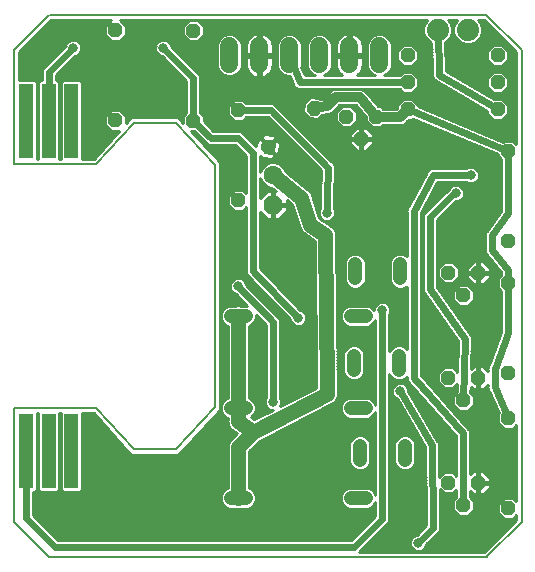
<source format=gbl>
G75*
%MOIN*%
%OFA0B0*%
%FSLAX25Y25*%
%IPPOS*%
%LPD*%
%AMOC8*
5,1,8,0,0,1.08239X$1,22.5*
%
%ADD10C,0.01800*%
%ADD11C,0.04800*%
%ADD12OC8,0.04800*%
%ADD13OC8,0.06300*%
%ADD14C,0.06300*%
%ADD15C,0.00960*%
%ADD16C,0.05906*%
%ADD17C,0.00600*%
%ADD18C,0.00500*%
%ADD19R,0.04800X0.25000*%
%ADD20R,0.02953X0.02953*%
%ADD21C,0.07400*%
%ADD22C,0.01000*%
%ADD23C,0.03200*%
%ADD24C,0.02400*%
%ADD25C,0.05000*%
%ADD26C,0.03200*%
D10*
X0096378Y0037970D03*
X0096378Y0040470D03*
X0096378Y0042970D03*
X0097018Y0068017D03*
X0097018Y0070517D03*
X0097018Y0073017D03*
X0098999Y0098693D03*
X0098999Y0101193D03*
X0098999Y0103693D03*
D11*
X0119000Y0102900D02*
X0119000Y0098100D01*
X0117598Y0085498D02*
X0122398Y0085498D01*
X0118500Y0072400D02*
X0118500Y0067600D01*
X0117597Y0054867D02*
X0122397Y0054867D01*
X0133500Y0067600D02*
X0133500Y0072400D01*
X0134000Y0098100D02*
X0134000Y0102900D01*
X0082398Y0085498D02*
X0077598Y0085498D01*
X0077597Y0054867D02*
X0082397Y0054867D01*
X0082403Y0024875D02*
X0077603Y0024875D01*
X0117603Y0024875D02*
X0122403Y0024875D01*
X0120500Y0037600D02*
X0120500Y0042400D01*
X0135500Y0042400D02*
X0135500Y0037600D01*
D12*
X0150000Y0030000D03*
X0155000Y0022500D03*
X0160000Y0030000D03*
X0170000Y0021500D03*
X0170000Y0051500D03*
X0155000Y0057500D03*
X0150000Y0065000D03*
X0160000Y0065000D03*
X0170000Y0066500D03*
X0155000Y0092500D03*
X0150000Y0100000D03*
X0160000Y0100000D03*
X0170000Y0096500D03*
X0170000Y0110500D03*
X0170000Y0140500D03*
X0166500Y0154500D03*
X0166500Y0163500D03*
X0166500Y0172500D03*
X0136500Y0172500D03*
X0136500Y0163500D03*
X0136500Y0154500D03*
X0126000Y0152000D03*
X0121000Y0144500D03*
X0116000Y0152000D03*
X0080042Y0154246D03*
X0064993Y0150757D03*
X0039043Y0150793D03*
X0039043Y0180793D03*
X0064993Y0180757D03*
X0080042Y0124246D03*
D13*
X0091493Y0122634D03*
D14*
X0091493Y0132634D03*
D15*
X0088339Y0141927D02*
X0087859Y0141447D01*
X0087997Y0143031D01*
X0089215Y0144053D01*
X0090799Y0143915D01*
X0091821Y0142697D01*
X0091683Y0141113D01*
X0090465Y0140091D01*
X0088881Y0140229D01*
X0087859Y0141447D01*
X0088602Y0141682D01*
X0088688Y0142671D01*
X0089450Y0143310D01*
X0090439Y0143224D01*
X0091078Y0142462D01*
X0090992Y0141473D01*
X0090230Y0140834D01*
X0089241Y0140920D01*
X0088602Y0141682D01*
X0089346Y0141916D01*
X0089380Y0142312D01*
X0089684Y0142566D01*
X0090080Y0142532D01*
X0090334Y0142228D01*
X0090300Y0141832D01*
X0089996Y0141578D01*
X0089600Y0141612D01*
X0089346Y0141916D01*
X0103659Y0154783D02*
X0103179Y0154303D01*
X0103317Y0155887D01*
X0104535Y0156909D01*
X0106119Y0156771D01*
X0107141Y0155553D01*
X0107003Y0153969D01*
X0105785Y0152947D01*
X0104201Y0153085D01*
X0103179Y0154303D01*
X0103922Y0154538D01*
X0104008Y0155527D01*
X0104770Y0156166D01*
X0105759Y0156080D01*
X0106398Y0155318D01*
X0106312Y0154329D01*
X0105550Y0153690D01*
X0104561Y0153776D01*
X0103922Y0154538D01*
X0104666Y0154772D01*
X0104700Y0155168D01*
X0105004Y0155422D01*
X0105400Y0155388D01*
X0105654Y0155084D01*
X0105620Y0154688D01*
X0105316Y0154434D01*
X0104920Y0154468D01*
X0104666Y0154772D01*
D16*
X0107000Y0169547D02*
X0107000Y0175453D01*
X0097000Y0175453D02*
X0097000Y0169547D01*
X0087000Y0169547D02*
X0087000Y0175453D01*
X0077000Y0175453D02*
X0077000Y0169547D01*
X0117000Y0169547D02*
X0117000Y0175453D01*
X0127000Y0175453D02*
X0127000Y0169547D01*
D17*
X0005100Y0016911D02*
X0016911Y0005100D01*
X0005100Y0016911D02*
X0005100Y0055000D01*
X0032600Y0055000D01*
X0045100Y0041100D01*
X0059100Y0041100D01*
X0072100Y0055100D01*
X0072100Y0136021D01*
X0059100Y0150021D01*
X0045100Y0150021D01*
X0032600Y0136121D01*
X0005100Y0136121D01*
X0005100Y0174250D01*
X0016911Y0186061D01*
X0162580Y0186061D02*
X0174391Y0174250D01*
X0174391Y0016911D01*
X0162580Y0005100D01*
D18*
X0162726Y0005100D02*
X0017100Y0005100D01*
X0017100Y0186021D02*
X0162726Y0186021D01*
D19*
X0024300Y0150500D03*
X0016800Y0150500D03*
X0009300Y0150500D03*
X0009300Y0040500D03*
X0016800Y0040500D03*
X0024300Y0040500D03*
D20*
X0024300Y0030400D03*
X0016800Y0030400D03*
X0009300Y0030400D03*
X0009300Y0160900D03*
X0016800Y0160900D03*
X0024300Y0160900D03*
D21*
X0146500Y0181000D03*
X0156500Y0181000D03*
D22*
X0152983Y0184271D02*
X0152431Y0183719D01*
X0151700Y0181955D01*
X0151700Y0180045D01*
X0152431Y0178281D01*
X0153781Y0176931D01*
X0155545Y0176200D01*
X0157455Y0176200D01*
X0159219Y0176931D01*
X0160569Y0178281D01*
X0161300Y0180045D01*
X0161300Y0181955D01*
X0160569Y0183719D01*
X0160017Y0184271D01*
X0161824Y0184271D01*
X0172591Y0173504D01*
X0172591Y0142858D01*
X0171450Y0144000D01*
X0168550Y0144000D01*
X0168267Y0143717D01*
X0140000Y0155530D01*
X0140000Y0155950D01*
X0137950Y0158000D01*
X0135050Y0158000D01*
X0133000Y0155950D01*
X0133000Y0154818D01*
X0132882Y0154700D01*
X0128250Y0154700D01*
X0127450Y0155500D01*
X0126575Y0155500D01*
X0122833Y0159922D01*
X0122789Y0160029D01*
X0122489Y0160330D01*
X0122214Y0160654D01*
X0122111Y0160707D01*
X0122029Y0160789D01*
X0121637Y0160951D01*
X0121259Y0161146D01*
X0121144Y0161156D01*
X0121037Y0161200D01*
X0120612Y0161200D01*
X0133850Y0161200D01*
X0135050Y0160000D01*
X0137950Y0160000D01*
X0140000Y0162050D01*
X0140000Y0164950D01*
X0137950Y0167000D01*
X0135050Y0167000D01*
X0133850Y0165800D01*
X0128544Y0165800D01*
X0129296Y0166111D01*
X0130436Y0167252D01*
X0131053Y0168741D01*
X0131053Y0176259D01*
X0130436Y0177748D01*
X0129296Y0178889D01*
X0127806Y0179505D01*
X0126194Y0179505D01*
X0124704Y0178889D01*
X0123564Y0177748D01*
X0122947Y0176259D01*
X0122947Y0168741D01*
X0123564Y0167252D01*
X0124704Y0166111D01*
X0125456Y0165800D01*
X0119418Y0165800D01*
X0119901Y0166151D01*
X0120396Y0166646D01*
X0120808Y0167213D01*
X0121127Y0167838D01*
X0121343Y0168505D01*
X0121453Y0169197D01*
X0121453Y0172016D01*
X0117484Y0172016D01*
X0117484Y0172984D01*
X0116516Y0172984D01*
X0116516Y0172016D01*
X0112547Y0172016D01*
X0112547Y0169197D01*
X0112657Y0168505D01*
X0112873Y0167838D01*
X0113192Y0167213D01*
X0113604Y0166646D01*
X0114099Y0166151D01*
X0114582Y0165800D01*
X0108544Y0165800D01*
X0109296Y0166111D01*
X0110436Y0167252D01*
X0111053Y0168741D01*
X0111053Y0176259D01*
X0110436Y0177748D01*
X0109296Y0178889D01*
X0107806Y0179505D01*
X0106194Y0179505D01*
X0104704Y0178889D01*
X0103564Y0177748D01*
X0102947Y0176259D01*
X0102947Y0168741D01*
X0103564Y0167252D01*
X0104704Y0166111D01*
X0105456Y0165800D01*
X0102073Y0165800D01*
X0100989Y0168588D01*
X0101053Y0168741D01*
X0101053Y0176259D01*
X0100436Y0177748D01*
X0099296Y0178889D01*
X0097806Y0179505D01*
X0096194Y0179505D01*
X0094704Y0178889D01*
X0093564Y0177748D01*
X0092947Y0176259D01*
X0092947Y0168741D01*
X0093564Y0167252D01*
X0094704Y0166111D01*
X0096194Y0165494D01*
X0097257Y0165494D01*
X0098200Y0163069D01*
X0098200Y0162547D01*
X0098532Y0162216D01*
X0098702Y0161778D01*
X0099179Y0161569D01*
X0099547Y0161200D01*
X0100016Y0161200D01*
X0100446Y0161011D01*
X0100931Y0161200D01*
X0120079Y0161200D01*
X0120079Y0161200D01*
X0111963Y0161200D01*
X0110971Y0160789D01*
X0110211Y0160029D01*
X0108239Y0158057D01*
X0107217Y0157922D01*
X0106910Y0158288D01*
X0104021Y0158541D01*
X0101800Y0156677D01*
X0101547Y0153789D01*
X0103411Y0151568D01*
X0106300Y0151315D01*
X0107770Y0152549D01*
X0109677Y0152800D01*
X0110037Y0152800D01*
X0110205Y0152870D01*
X0110385Y0152893D01*
X0110697Y0153073D01*
X0111029Y0153211D01*
X0111158Y0153340D01*
X0111315Y0153431D01*
X0111535Y0153716D01*
X0113618Y0155800D01*
X0119248Y0155800D01*
X0122500Y0151956D01*
X0122500Y0150550D01*
X0124550Y0148500D01*
X0127450Y0148500D01*
X0128250Y0149300D01*
X0134537Y0149300D01*
X0135529Y0149711D01*
X0136289Y0150471D01*
X0136818Y0151000D01*
X0137950Y0151000D01*
X0138233Y0151283D01*
X0166500Y0139470D01*
X0166500Y0139050D01*
X0167700Y0137850D01*
X0167700Y0120753D01*
X0162749Y0114002D01*
X0162200Y0113453D01*
X0162200Y0113253D01*
X0162082Y0113092D01*
X0162200Y0112324D01*
X0162200Y0107596D01*
X0162129Y0106742D01*
X0162200Y0106657D01*
X0162200Y0106547D01*
X0162806Y0105941D01*
X0167700Y0100157D01*
X0167700Y0099150D01*
X0166500Y0097950D01*
X0166500Y0095050D01*
X0167700Y0093850D01*
X0167700Y0080417D01*
X0163521Y0069274D01*
X0163200Y0068953D01*
X0163200Y0068417D01*
X0163012Y0067916D01*
X0163200Y0067502D01*
X0163200Y0067315D01*
X0161615Y0068900D01*
X0160300Y0068900D01*
X0160300Y0065300D01*
X0159700Y0065300D01*
X0159700Y0068900D01*
X0158385Y0068900D01*
X0157559Y0068074D01*
X0157795Y0077768D01*
X0157932Y0078534D01*
X0157818Y0078697D01*
X0157823Y0078896D01*
X0157287Y0079459D01*
X0146300Y0095222D01*
X0146300Y0117547D01*
X0152553Y0123800D01*
X0153037Y0123800D01*
X0154029Y0124211D01*
X0154789Y0124971D01*
X0155200Y0125963D01*
X0155200Y0127037D01*
X0154789Y0128029D01*
X0154029Y0128789D01*
X0153037Y0129200D01*
X0151963Y0129200D01*
X0150971Y0128789D01*
X0150211Y0128029D01*
X0150165Y0127917D01*
X0141700Y0119453D01*
X0141700Y0094704D01*
X0141568Y0093966D01*
X0141700Y0093778D01*
X0141700Y0093547D01*
X0142230Y0093018D01*
X0153182Y0077303D01*
X0152931Y0067018D01*
X0151450Y0068500D01*
X0148550Y0068500D01*
X0146500Y0066450D01*
X0146500Y0063550D01*
X0148550Y0061500D01*
X0151450Y0061500D01*
X0152831Y0062881D01*
X0152766Y0060215D01*
X0151500Y0058950D01*
X0151500Y0056050D01*
X0153550Y0054000D01*
X0156450Y0054000D01*
X0158500Y0056050D01*
X0158500Y0058950D01*
X0157364Y0060086D01*
X0157412Y0062072D01*
X0158385Y0061100D01*
X0159700Y0061100D01*
X0159700Y0064700D01*
X0160300Y0064700D01*
X0160300Y0061100D01*
X0161615Y0061100D01*
X0163200Y0062685D01*
X0163200Y0062443D01*
X0163011Y0061970D01*
X0163200Y0061528D01*
X0163200Y0061047D01*
X0163560Y0060687D01*
X0166763Y0053213D01*
X0166500Y0052950D01*
X0166500Y0050050D01*
X0168550Y0048000D01*
X0171450Y0048000D01*
X0172591Y0049142D01*
X0172591Y0023858D01*
X0171450Y0025000D01*
X0168550Y0025000D01*
X0166500Y0022950D01*
X0166500Y0020050D01*
X0168550Y0018000D01*
X0171450Y0018000D01*
X0172591Y0019142D01*
X0172591Y0017657D01*
X0161785Y0006850D01*
X0120103Y0006850D01*
X0120800Y0007547D01*
X0130300Y0017047D01*
X0130300Y0066180D01*
X0130533Y0065617D01*
X0131517Y0064633D01*
X0132804Y0064100D01*
X0134196Y0064100D01*
X0135483Y0064633D01*
X0136200Y0065350D01*
X0136200Y0065066D01*
X0136149Y0064180D01*
X0136200Y0064123D01*
X0136200Y0064047D01*
X0136827Y0063420D01*
X0152700Y0045623D01*
X0152700Y0032250D01*
X0151450Y0033500D01*
X0148550Y0033500D01*
X0146992Y0031942D01*
X0146805Y0042223D01*
X0146967Y0042836D01*
X0146789Y0043141D01*
X0146782Y0043494D01*
X0146326Y0043934D01*
X0136700Y0060436D01*
X0136700Y0061037D01*
X0136289Y0062029D01*
X0135529Y0062789D01*
X0134537Y0063200D01*
X0133463Y0063200D01*
X0132471Y0062789D01*
X0131711Y0062029D01*
X0131300Y0061037D01*
X0131300Y0059963D01*
X0131711Y0058971D01*
X0132471Y0058211D01*
X0132737Y0058101D01*
X0142211Y0041859D01*
X0142683Y0015935D01*
X0139436Y0012689D01*
X0138471Y0012289D01*
X0137711Y0011529D01*
X0137300Y0010537D01*
X0137300Y0009463D01*
X0137711Y0008471D01*
X0138471Y0007711D01*
X0139463Y0007300D01*
X0140537Y0007300D01*
X0141529Y0007711D01*
X0142289Y0008471D01*
X0142689Y0009436D01*
X0145970Y0012717D01*
X0145994Y0012718D01*
X0146641Y0013388D01*
X0147300Y0014047D01*
X0147300Y0014072D01*
X0147317Y0014089D01*
X0147300Y0015021D01*
X0147300Y0015953D01*
X0147283Y0015970D01*
X0147064Y0027986D01*
X0148550Y0026500D01*
X0151450Y0026500D01*
X0152700Y0027750D01*
X0152700Y0025150D01*
X0151500Y0023950D01*
X0151500Y0021050D01*
X0153550Y0019000D01*
X0156450Y0019000D01*
X0158500Y0021050D01*
X0158500Y0023950D01*
X0157300Y0025150D01*
X0157300Y0027185D01*
X0158385Y0026100D01*
X0159700Y0026100D01*
X0159700Y0029700D01*
X0160300Y0029700D01*
X0160300Y0030300D01*
X0159700Y0030300D01*
X0159700Y0033900D01*
X0158385Y0033900D01*
X0157300Y0032815D01*
X0157300Y0046434D01*
X0157351Y0047320D01*
X0157300Y0047377D01*
X0157300Y0047453D01*
X0156673Y0048080D01*
X0140800Y0065877D01*
X0140800Y0119917D01*
X0146370Y0130200D01*
X0155997Y0130200D01*
X0156963Y0129800D01*
X0158037Y0129800D01*
X0159029Y0130211D01*
X0159789Y0130971D01*
X0160200Y0131963D01*
X0160200Y0133037D01*
X0159789Y0134029D01*
X0159029Y0134789D01*
X0158037Y0135200D01*
X0156963Y0135200D01*
X0155997Y0134800D01*
X0145583Y0134800D01*
X0145258Y0134976D01*
X0144665Y0134800D01*
X0144047Y0134800D01*
X0143786Y0134539D01*
X0143431Y0134433D01*
X0143137Y0133890D01*
X0142700Y0133453D01*
X0142700Y0133083D01*
X0136637Y0121890D01*
X0136200Y0121453D01*
X0136200Y0121083D01*
X0136024Y0120758D01*
X0136200Y0120165D01*
X0136200Y0105650D01*
X0135983Y0105867D01*
X0134696Y0106400D01*
X0133304Y0106400D01*
X0132017Y0105867D01*
X0131033Y0104883D01*
X0130500Y0103596D01*
X0130500Y0097404D01*
X0131033Y0096117D01*
X0132017Y0095133D01*
X0133304Y0094600D01*
X0134696Y0094600D01*
X0135983Y0095133D01*
X0136200Y0095350D01*
X0136200Y0074650D01*
X0135483Y0075367D01*
X0134196Y0075900D01*
X0132804Y0075900D01*
X0131517Y0075367D01*
X0130533Y0074383D01*
X0130300Y0073820D01*
X0130300Y0085997D01*
X0130700Y0086963D01*
X0130700Y0088037D01*
X0130289Y0089029D01*
X0129529Y0089789D01*
X0128537Y0090200D01*
X0127463Y0090200D01*
X0126471Y0089789D01*
X0125711Y0089029D01*
X0125300Y0088037D01*
X0125300Y0087546D01*
X0124381Y0088465D01*
X0123094Y0088998D01*
X0116902Y0088998D01*
X0115616Y0088465D01*
X0114631Y0087481D01*
X0114098Y0086194D01*
X0114098Y0084802D01*
X0114631Y0083516D01*
X0115616Y0082531D01*
X0116902Y0081998D01*
X0123094Y0081998D01*
X0124381Y0082531D01*
X0125365Y0083516D01*
X0125700Y0084324D01*
X0125700Y0056038D01*
X0125364Y0056850D01*
X0124379Y0057834D01*
X0123093Y0058367D01*
X0116900Y0058367D01*
X0115614Y0057834D01*
X0114629Y0056850D01*
X0114097Y0055563D01*
X0114097Y0054171D01*
X0114629Y0052884D01*
X0115614Y0051900D01*
X0116900Y0051367D01*
X0123093Y0051367D01*
X0124379Y0051900D01*
X0125364Y0052884D01*
X0125700Y0053696D01*
X0125700Y0026062D01*
X0125370Y0026858D01*
X0124386Y0027842D01*
X0123099Y0028375D01*
X0116907Y0028375D01*
X0115620Y0027842D01*
X0114636Y0026858D01*
X0114103Y0025571D01*
X0114103Y0024179D01*
X0114636Y0022893D01*
X0115620Y0021908D01*
X0116907Y0021375D01*
X0123099Y0021375D01*
X0124386Y0021908D01*
X0125370Y0022893D01*
X0125700Y0023689D01*
X0125700Y0018953D01*
X0117547Y0010800D01*
X0019953Y0010800D01*
X0011600Y0019153D01*
X0011600Y0026900D01*
X0012156Y0026900D01*
X0012800Y0027544D01*
X0012800Y0053200D01*
X0013300Y0053200D01*
X0013300Y0027544D01*
X0013944Y0026900D01*
X0019656Y0026900D01*
X0020300Y0027544D01*
X0020300Y0053200D01*
X0020800Y0053200D01*
X0020800Y0027544D01*
X0021444Y0026900D01*
X0027156Y0026900D01*
X0027800Y0027544D01*
X0027800Y0053200D01*
X0031798Y0053200D01*
X0043300Y0040410D01*
X0043300Y0040354D01*
X0043794Y0039861D01*
X0044260Y0039342D01*
X0044315Y0039339D01*
X0044354Y0039300D01*
X0045052Y0039300D01*
X0045749Y0039263D01*
X0045790Y0039300D01*
X0058393Y0039300D01*
X0058422Y0039274D01*
X0059133Y0039300D01*
X0059846Y0039300D01*
X0059873Y0039327D01*
X0059912Y0039329D01*
X0060396Y0039851D01*
X0060900Y0040354D01*
X0060900Y0040393D01*
X0073396Y0053851D01*
X0073900Y0054354D01*
X0073900Y0054393D01*
X0073926Y0054422D01*
X0073900Y0055133D01*
X0073900Y0135988D01*
X0073926Y0136700D01*
X0073900Y0136728D01*
X0073900Y0136767D01*
X0073396Y0137271D01*
X0064123Y0147257D01*
X0065240Y0147257D01*
X0069797Y0142700D01*
X0079047Y0142700D01*
X0082700Y0139047D01*
X0082700Y0126538D01*
X0081492Y0127746D01*
X0078592Y0127746D01*
X0076542Y0125696D01*
X0076542Y0122796D01*
X0078592Y0120746D01*
X0081492Y0120746D01*
X0082700Y0121954D01*
X0082700Y0100519D01*
X0082685Y0099585D01*
X0082700Y0099569D01*
X0082700Y0099547D01*
X0083360Y0098887D01*
X0097300Y0084483D01*
X0097300Y0084463D01*
X0097711Y0083471D01*
X0098471Y0082711D01*
X0099463Y0082300D01*
X0100537Y0082300D01*
X0101529Y0082711D01*
X0102289Y0083471D01*
X0102700Y0084463D01*
X0102700Y0085537D01*
X0102289Y0086529D01*
X0101529Y0087289D01*
X0100622Y0087665D01*
X0087300Y0101431D01*
X0087300Y0120251D01*
X0089567Y0117984D01*
X0091193Y0117984D01*
X0091193Y0122334D01*
X0091793Y0122334D01*
X0091793Y0117984D01*
X0093419Y0117984D01*
X0096143Y0120708D01*
X0096143Y0122334D01*
X0091793Y0122334D01*
X0091793Y0122934D01*
X0096143Y0122934D01*
X0096143Y0124283D01*
X0097920Y0122856D01*
X0100511Y0115084D01*
X0100603Y0114610D01*
X0100735Y0114410D01*
X0100811Y0114182D01*
X0101127Y0113818D01*
X0101393Y0113416D01*
X0101592Y0113282D01*
X0101750Y0113100D01*
X0102181Y0112885D01*
X0105419Y0110700D01*
X0105900Y0061982D01*
X0105900Y0061705D01*
X0093818Y0055540D01*
X0094200Y0056463D01*
X0094200Y0057537D01*
X0093800Y0058503D01*
X0093800Y0083475D01*
X0093820Y0084404D01*
X0093800Y0084424D01*
X0093800Y0084453D01*
X0093144Y0085109D01*
X0082700Y0096007D01*
X0082700Y0096037D01*
X0082289Y0097029D01*
X0081529Y0097789D01*
X0080537Y0098200D01*
X0079463Y0098200D01*
X0078471Y0097789D01*
X0077711Y0097029D01*
X0077300Y0096037D01*
X0077300Y0094963D01*
X0077711Y0093971D01*
X0078471Y0093211D01*
X0079362Y0092842D01*
X0083045Y0088998D01*
X0080956Y0088998D01*
X0080714Y0089098D01*
X0079282Y0089098D01*
X0079041Y0088998D01*
X0076902Y0088998D01*
X0075616Y0088465D01*
X0074631Y0087481D01*
X0074098Y0086194D01*
X0074098Y0084802D01*
X0074631Y0083516D01*
X0075616Y0082531D01*
X0076397Y0082207D01*
X0076397Y0058158D01*
X0075614Y0057834D01*
X0074629Y0056850D01*
X0074097Y0055563D01*
X0074097Y0054171D01*
X0074629Y0052884D01*
X0075614Y0051900D01*
X0076397Y0051576D01*
X0076397Y0050898D01*
X0076327Y0050583D01*
X0076397Y0050188D01*
X0076397Y0049787D01*
X0076520Y0049490D01*
X0076576Y0049173D01*
X0076791Y0048835D01*
X0076945Y0048464D01*
X0077172Y0048237D01*
X0077345Y0047965D01*
X0077674Y0047735D01*
X0077957Y0047451D01*
X0078255Y0047328D01*
X0079421Y0046512D01*
X0077964Y0045055D01*
X0077964Y0045055D01*
X0076951Y0044042D01*
X0076403Y0042719D01*
X0076403Y0028167D01*
X0075620Y0027842D01*
X0074636Y0026858D01*
X0074103Y0025571D01*
X0074103Y0024179D01*
X0074636Y0022893D01*
X0075620Y0021908D01*
X0076907Y0021375D01*
X0079046Y0021375D01*
X0079287Y0021275D01*
X0080719Y0021275D01*
X0080961Y0021375D01*
X0083099Y0021375D01*
X0084386Y0021908D01*
X0085370Y0022893D01*
X0085903Y0024179D01*
X0085903Y0025571D01*
X0085370Y0026858D01*
X0084386Y0027842D01*
X0083603Y0028167D01*
X0083603Y0040512D01*
X0087143Y0044052D01*
X0111009Y0056229D01*
X0111539Y0056448D01*
X0111643Y0056552D01*
X0111774Y0056619D01*
X0112146Y0057055D01*
X0112552Y0057461D01*
X0112608Y0057596D01*
X0112703Y0057708D01*
X0112880Y0058254D01*
X0113100Y0058784D01*
X0113100Y0058931D01*
X0113145Y0059071D01*
X0113100Y0059642D01*
X0113100Y0061302D01*
X0113107Y0061319D01*
X0113100Y0062018D01*
X0113100Y0062716D01*
X0113093Y0062733D01*
X0112604Y0112282D01*
X0112670Y0112611D01*
X0112597Y0112991D01*
X0112593Y0113379D01*
X0112461Y0113688D01*
X0112397Y0114017D01*
X0112183Y0114340D01*
X0112032Y0114696D01*
X0111792Y0114931D01*
X0111607Y0115211D01*
X0111286Y0115428D01*
X0111009Y0115699D01*
X0110698Y0115824D01*
X0107028Y0118300D01*
X0104537Y0125773D01*
X0104501Y0126103D01*
X0104313Y0126446D01*
X0104189Y0126818D01*
X0103972Y0127068D01*
X0103812Y0127359D01*
X0103507Y0127604D01*
X0103250Y0127900D01*
X0102954Y0128048D01*
X0095520Y0134017D01*
X0095096Y0135042D01*
X0093900Y0136237D01*
X0092338Y0136884D01*
X0090648Y0136884D01*
X0089086Y0136237D01*
X0087890Y0135042D01*
X0087300Y0133617D01*
X0087300Y0139031D01*
X0087890Y0138328D01*
X0091109Y0138046D01*
X0092117Y0138892D01*
X0089803Y0141649D01*
X0090262Y0142035D01*
X0092576Y0139277D01*
X0093584Y0140123D01*
X0093865Y0143341D01*
X0093020Y0144349D01*
X0090262Y0142035D01*
X0089877Y0142495D01*
X0092634Y0144809D01*
X0091789Y0145816D01*
X0088570Y0146098D01*
X0087562Y0145253D01*
X0089876Y0142495D01*
X0089417Y0142109D01*
X0087103Y0144867D01*
X0086095Y0144021D01*
X0085945Y0142307D01*
X0082300Y0145953D01*
X0080953Y0147300D01*
X0071702Y0147300D01*
X0068492Y0150509D01*
X0068492Y0152207D01*
X0067292Y0153407D01*
X0067292Y0165960D01*
X0057689Y0175564D01*
X0057289Y0176529D01*
X0056529Y0177289D01*
X0055537Y0177700D01*
X0054463Y0177700D01*
X0053471Y0177289D01*
X0052711Y0176529D01*
X0052300Y0175537D01*
X0052300Y0174463D01*
X0052711Y0173471D01*
X0053471Y0172711D01*
X0054436Y0172311D01*
X0062693Y0164055D01*
X0062693Y0153407D01*
X0061493Y0152207D01*
X0061493Y0150090D01*
X0060900Y0150728D01*
X0060900Y0150767D01*
X0060396Y0151271D01*
X0059912Y0151792D01*
X0059873Y0151794D01*
X0059846Y0151821D01*
X0059133Y0151821D01*
X0058422Y0151848D01*
X0058393Y0151821D01*
X0045790Y0151821D01*
X0045749Y0151858D01*
X0045052Y0151821D01*
X0044354Y0151821D01*
X0044315Y0151782D01*
X0044260Y0151779D01*
X0043794Y0151260D01*
X0043300Y0150767D01*
X0043300Y0150712D01*
X0042543Y0149869D01*
X0042543Y0152243D01*
X0040492Y0154293D01*
X0037593Y0154293D01*
X0035543Y0152243D01*
X0035543Y0149344D01*
X0037593Y0147293D01*
X0040226Y0147293D01*
X0031798Y0137921D01*
X0027800Y0137921D01*
X0027800Y0163456D01*
X0027156Y0164100D01*
X0021444Y0164100D01*
X0020800Y0163456D01*
X0020800Y0137921D01*
X0020300Y0137921D01*
X0020300Y0163456D01*
X0019656Y0164100D01*
X0019100Y0164100D01*
X0019100Y0165847D01*
X0025564Y0172311D01*
X0026529Y0172711D01*
X0027289Y0173471D01*
X0027700Y0174463D01*
X0027700Y0175537D01*
X0027289Y0176529D01*
X0026529Y0177289D01*
X0025537Y0177700D01*
X0024463Y0177700D01*
X0023471Y0177289D01*
X0022711Y0176529D01*
X0022311Y0175564D01*
X0015847Y0169100D01*
X0014500Y0167753D01*
X0014500Y0164100D01*
X0013944Y0164100D01*
X0013300Y0163456D01*
X0013300Y0137921D01*
X0012800Y0137921D01*
X0012800Y0163456D01*
X0012156Y0164100D01*
X0006900Y0164100D01*
X0006900Y0173504D01*
X0017667Y0184271D01*
X0037571Y0184271D01*
X0035543Y0182243D01*
X0035543Y0179344D01*
X0037593Y0177293D01*
X0040492Y0177293D01*
X0042543Y0179344D01*
X0042543Y0182243D01*
X0040514Y0184271D01*
X0142983Y0184271D01*
X0142431Y0183719D01*
X0141700Y0181955D01*
X0141700Y0180045D01*
X0142431Y0178281D01*
X0143781Y0176931D01*
X0144342Y0176698D01*
X0144679Y0166592D01*
X0144535Y0166348D01*
X0144710Y0165670D01*
X0144733Y0164971D01*
X0144940Y0164777D01*
X0145011Y0164503D01*
X0145614Y0164147D01*
X0146124Y0163670D01*
X0146408Y0163679D01*
X0163000Y0153894D01*
X0163000Y0153050D01*
X0165050Y0151000D01*
X0167950Y0151000D01*
X0170000Y0153050D01*
X0170000Y0155950D01*
X0167950Y0158000D01*
X0165093Y0158000D01*
X0149257Y0167339D01*
X0148941Y0176816D01*
X0149219Y0176931D01*
X0150569Y0178281D01*
X0151300Y0180045D01*
X0151300Y0181955D01*
X0150569Y0183719D01*
X0150017Y0184271D01*
X0152983Y0184271D01*
X0152445Y0183734D02*
X0150555Y0183734D01*
X0150977Y0182735D02*
X0152023Y0182735D01*
X0151700Y0181737D02*
X0151300Y0181737D01*
X0151300Y0180738D02*
X0151700Y0180738D01*
X0151827Y0179739D02*
X0151173Y0179739D01*
X0150760Y0178741D02*
X0152240Y0178741D01*
X0152969Y0177742D02*
X0150031Y0177742D01*
X0148943Y0176744D02*
X0154232Y0176744D01*
X0148976Y0175745D02*
X0164796Y0175745D01*
X0165050Y0176000D02*
X0163000Y0173950D01*
X0163000Y0171050D01*
X0165050Y0169000D01*
X0167950Y0169000D01*
X0170000Y0171050D01*
X0170000Y0173950D01*
X0167950Y0176000D01*
X0165050Y0176000D01*
X0163797Y0174747D02*
X0149010Y0174747D01*
X0149043Y0173748D02*
X0163000Y0173748D01*
X0163000Y0172750D02*
X0149076Y0172750D01*
X0149110Y0171751D02*
X0163000Y0171751D01*
X0163297Y0170753D02*
X0149143Y0170753D01*
X0149176Y0169754D02*
X0164296Y0169754D01*
X0165050Y0167000D02*
X0163000Y0164950D01*
X0163000Y0162050D01*
X0165050Y0160000D01*
X0167950Y0160000D01*
X0170000Y0162050D01*
X0170000Y0164950D01*
X0167950Y0167000D01*
X0165050Y0167000D01*
X0164809Y0166759D02*
X0150241Y0166759D01*
X0149243Y0167757D02*
X0172591Y0167757D01*
X0172591Y0166759D02*
X0168191Y0166759D01*
X0169189Y0165760D02*
X0172591Y0165760D01*
X0172591Y0164762D02*
X0170000Y0164762D01*
X0170000Y0163763D02*
X0172591Y0163763D01*
X0172591Y0162765D02*
X0170000Y0162765D01*
X0169716Y0161766D02*
X0172591Y0161766D01*
X0172591Y0160768D02*
X0168718Y0160768D01*
X0168177Y0157772D02*
X0172591Y0157772D01*
X0172591Y0156774D02*
X0169176Y0156774D01*
X0170000Y0155775D02*
X0172591Y0155775D01*
X0172591Y0154777D02*
X0170000Y0154777D01*
X0170000Y0153778D02*
X0172591Y0153778D01*
X0172591Y0152780D02*
X0169729Y0152780D01*
X0168731Y0151781D02*
X0172591Y0151781D01*
X0172591Y0150783D02*
X0151360Y0150783D01*
X0148971Y0151781D02*
X0164269Y0151781D01*
X0163271Y0152780D02*
X0146581Y0152780D01*
X0144192Y0153778D02*
X0163000Y0153778D01*
X0161503Y0154777D02*
X0141803Y0154777D01*
X0140000Y0155775D02*
X0159810Y0155775D01*
X0158117Y0156774D02*
X0139176Y0156774D01*
X0138177Y0157772D02*
X0156424Y0157772D01*
X0154731Y0158771D02*
X0123808Y0158771D01*
X0122963Y0159769D02*
X0153037Y0159769D01*
X0151344Y0160768D02*
X0138718Y0160768D01*
X0139716Y0161766D02*
X0149651Y0161766D01*
X0147958Y0162765D02*
X0140000Y0162765D01*
X0140000Y0163763D02*
X0146024Y0163763D01*
X0144944Y0164762D02*
X0140000Y0164762D01*
X0139189Y0165760D02*
X0144686Y0165760D01*
X0144673Y0166759D02*
X0138191Y0166759D01*
X0137950Y0169000D02*
X0140000Y0171050D01*
X0140000Y0173950D01*
X0137950Y0176000D01*
X0135050Y0176000D01*
X0133000Y0173950D01*
X0133000Y0171050D01*
X0135050Y0169000D01*
X0137950Y0169000D01*
X0138704Y0169754D02*
X0144574Y0169754D01*
X0144607Y0168756D02*
X0131053Y0168756D01*
X0131053Y0169754D02*
X0134296Y0169754D01*
X0133297Y0170753D02*
X0131053Y0170753D01*
X0131053Y0171751D02*
X0133000Y0171751D01*
X0133000Y0172750D02*
X0131053Y0172750D01*
X0131053Y0173748D02*
X0133000Y0173748D01*
X0133797Y0174747D02*
X0131053Y0174747D01*
X0131053Y0175745D02*
X0134796Y0175745D01*
X0138204Y0175745D02*
X0144374Y0175745D01*
X0144407Y0174747D02*
X0139203Y0174747D01*
X0140000Y0173748D02*
X0144440Y0173748D01*
X0144474Y0172750D02*
X0140000Y0172750D01*
X0140000Y0171751D02*
X0144507Y0171751D01*
X0144540Y0170753D02*
X0139703Y0170753D01*
X0134809Y0166759D02*
X0129943Y0166759D01*
X0130645Y0167757D02*
X0144640Y0167757D01*
X0149209Y0168756D02*
X0172591Y0168756D01*
X0172591Y0169754D02*
X0168704Y0169754D01*
X0169703Y0170753D02*
X0172591Y0170753D01*
X0172591Y0171751D02*
X0170000Y0171751D01*
X0170000Y0172750D02*
X0172591Y0172750D01*
X0172347Y0173748D02*
X0170000Y0173748D01*
X0169203Y0174747D02*
X0171348Y0174747D01*
X0170350Y0175745D02*
X0168204Y0175745D01*
X0169351Y0176744D02*
X0158768Y0176744D01*
X0160031Y0177742D02*
X0168353Y0177742D01*
X0167354Y0178741D02*
X0160760Y0178741D01*
X0161173Y0179739D02*
X0166356Y0179739D01*
X0165357Y0180738D02*
X0161300Y0180738D01*
X0161300Y0181737D02*
X0164359Y0181737D01*
X0163360Y0182735D02*
X0160977Y0182735D01*
X0160555Y0183734D02*
X0162362Y0183734D01*
X0144232Y0176744D02*
X0130852Y0176744D01*
X0130438Y0177742D02*
X0142969Y0177742D01*
X0142240Y0178741D02*
X0129443Y0178741D01*
X0124557Y0178741D02*
X0120009Y0178741D01*
X0119901Y0178849D02*
X0119334Y0179261D01*
X0118709Y0179579D01*
X0118043Y0179796D01*
X0117484Y0179884D01*
X0117484Y0172984D01*
X0121453Y0172984D01*
X0121453Y0175803D01*
X0121343Y0176495D01*
X0121127Y0177162D01*
X0120808Y0177787D01*
X0120396Y0178354D01*
X0119901Y0178849D01*
X0120831Y0177742D02*
X0123562Y0177742D01*
X0123148Y0176744D02*
X0121262Y0176744D01*
X0121453Y0175745D02*
X0122947Y0175745D01*
X0122947Y0174747D02*
X0121453Y0174747D01*
X0121453Y0173748D02*
X0122947Y0173748D01*
X0122947Y0172750D02*
X0117484Y0172750D01*
X0116516Y0172750D02*
X0111053Y0172750D01*
X0111053Y0173748D02*
X0112547Y0173748D01*
X0112547Y0172984D02*
X0116516Y0172984D01*
X0116516Y0179884D01*
X0115957Y0179796D01*
X0115291Y0179579D01*
X0114666Y0179261D01*
X0114099Y0178849D01*
X0113604Y0178354D01*
X0113192Y0177787D01*
X0112873Y0177162D01*
X0112657Y0176495D01*
X0112547Y0175803D01*
X0112547Y0172984D01*
X0112547Y0171751D02*
X0111053Y0171751D01*
X0111053Y0170753D02*
X0112547Y0170753D01*
X0112547Y0169754D02*
X0111053Y0169754D01*
X0111053Y0168756D02*
X0112617Y0168756D01*
X0112915Y0167757D02*
X0110645Y0167757D01*
X0109943Y0166759D02*
X0113522Y0166759D01*
X0110949Y0160768D02*
X0067292Y0160768D01*
X0067292Y0161766D02*
X0098729Y0161766D01*
X0098200Y0162765D02*
X0067292Y0162765D01*
X0067292Y0163763D02*
X0097930Y0163763D01*
X0097541Y0164762D02*
X0067292Y0164762D01*
X0067292Y0165760D02*
X0075552Y0165760D01*
X0076194Y0165494D02*
X0077806Y0165494D01*
X0079296Y0166111D01*
X0080436Y0167252D01*
X0081053Y0168741D01*
X0081053Y0176259D01*
X0080436Y0177748D01*
X0079296Y0178889D01*
X0077806Y0179505D01*
X0076194Y0179505D01*
X0074704Y0178889D01*
X0073564Y0177748D01*
X0072947Y0176259D01*
X0072947Y0168741D01*
X0073564Y0167252D01*
X0074704Y0166111D01*
X0076194Y0165494D01*
X0074057Y0166759D02*
X0066494Y0166759D01*
X0065495Y0167757D02*
X0073355Y0167757D01*
X0072947Y0168756D02*
X0064497Y0168756D01*
X0063498Y0169754D02*
X0072947Y0169754D01*
X0072947Y0170753D02*
X0062500Y0170753D01*
X0061501Y0171751D02*
X0072947Y0171751D01*
X0072947Y0172750D02*
X0060503Y0172750D01*
X0059504Y0173748D02*
X0072947Y0173748D01*
X0072947Y0174747D02*
X0058506Y0174747D01*
X0057614Y0175745D02*
X0072947Y0175745D01*
X0073148Y0176744D02*
X0057074Y0176744D01*
X0052926Y0176744D02*
X0027074Y0176744D01*
X0027614Y0175745D02*
X0052386Y0175745D01*
X0052300Y0174747D02*
X0027700Y0174747D01*
X0027404Y0173748D02*
X0052596Y0173748D01*
X0053432Y0172750D02*
X0026568Y0172750D01*
X0025004Y0171751D02*
X0054996Y0171751D01*
X0055994Y0170753D02*
X0024006Y0170753D01*
X0023007Y0169754D02*
X0056993Y0169754D01*
X0057991Y0168756D02*
X0022009Y0168756D01*
X0021010Y0167757D02*
X0058990Y0167757D01*
X0059988Y0166759D02*
X0020012Y0166759D01*
X0019100Y0165760D02*
X0060987Y0165760D01*
X0061985Y0164762D02*
X0019100Y0164762D01*
X0019992Y0163763D02*
X0021108Y0163763D01*
X0020800Y0162765D02*
X0020300Y0162765D01*
X0020300Y0161766D02*
X0020800Y0161766D01*
X0020800Y0160768D02*
X0020300Y0160768D01*
X0020300Y0159769D02*
X0020800Y0159769D01*
X0020800Y0158771D02*
X0020300Y0158771D01*
X0020300Y0157772D02*
X0020800Y0157772D01*
X0020800Y0156774D02*
X0020300Y0156774D01*
X0020300Y0155775D02*
X0020800Y0155775D01*
X0020800Y0154777D02*
X0020300Y0154777D01*
X0020300Y0153778D02*
X0020800Y0153778D01*
X0020800Y0152780D02*
X0020300Y0152780D01*
X0020300Y0151781D02*
X0020800Y0151781D01*
X0020800Y0150783D02*
X0020300Y0150783D01*
X0020300Y0149784D02*
X0020800Y0149784D01*
X0020800Y0148786D02*
X0020300Y0148786D01*
X0020300Y0147787D02*
X0020800Y0147787D01*
X0020800Y0146789D02*
X0020300Y0146789D01*
X0020300Y0145790D02*
X0020800Y0145790D01*
X0020800Y0144792D02*
X0020300Y0144792D01*
X0020300Y0143793D02*
X0020800Y0143793D01*
X0020800Y0142795D02*
X0020300Y0142795D01*
X0020300Y0141796D02*
X0020800Y0141796D01*
X0020800Y0140798D02*
X0020300Y0140798D01*
X0020300Y0139799D02*
X0020800Y0139799D01*
X0020800Y0138801D02*
X0020300Y0138801D01*
X0013300Y0138801D02*
X0012800Y0138801D01*
X0012800Y0139799D02*
X0013300Y0139799D01*
X0013300Y0140798D02*
X0012800Y0140798D01*
X0012800Y0141796D02*
X0013300Y0141796D01*
X0013300Y0142795D02*
X0012800Y0142795D01*
X0012800Y0143793D02*
X0013300Y0143793D01*
X0013300Y0144792D02*
X0012800Y0144792D01*
X0012800Y0145790D02*
X0013300Y0145790D01*
X0013300Y0146789D02*
X0012800Y0146789D01*
X0012800Y0147787D02*
X0013300Y0147787D01*
X0013300Y0148786D02*
X0012800Y0148786D01*
X0012800Y0149784D02*
X0013300Y0149784D01*
X0013300Y0150783D02*
X0012800Y0150783D01*
X0012800Y0151781D02*
X0013300Y0151781D01*
X0013300Y0152780D02*
X0012800Y0152780D01*
X0012800Y0153778D02*
X0013300Y0153778D01*
X0013300Y0154777D02*
X0012800Y0154777D01*
X0012800Y0155775D02*
X0013300Y0155775D01*
X0013300Y0156774D02*
X0012800Y0156774D01*
X0012800Y0157772D02*
X0013300Y0157772D01*
X0013300Y0158771D02*
X0012800Y0158771D01*
X0012800Y0159769D02*
X0013300Y0159769D01*
X0013300Y0160768D02*
X0012800Y0160768D01*
X0012800Y0161766D02*
X0013300Y0161766D01*
X0013300Y0162765D02*
X0012800Y0162765D01*
X0012492Y0163763D02*
X0013608Y0163763D01*
X0014500Y0164762D02*
X0006900Y0164762D01*
X0006900Y0165760D02*
X0014500Y0165760D01*
X0014500Y0166759D02*
X0006900Y0166759D01*
X0006900Y0167757D02*
X0014505Y0167757D01*
X0015503Y0168756D02*
X0006900Y0168756D01*
X0006900Y0169754D02*
X0016502Y0169754D01*
X0017500Y0170753D02*
X0006900Y0170753D01*
X0006900Y0171751D02*
X0018499Y0171751D01*
X0019497Y0172750D02*
X0006900Y0172750D01*
X0007144Y0173748D02*
X0020496Y0173748D01*
X0021494Y0174747D02*
X0008143Y0174747D01*
X0009141Y0175745D02*
X0022386Y0175745D01*
X0022926Y0176744D02*
X0010140Y0176744D01*
X0011138Y0177742D02*
X0037144Y0177742D01*
X0036145Y0178741D02*
X0012137Y0178741D01*
X0013135Y0179739D02*
X0035543Y0179739D01*
X0035543Y0180738D02*
X0014134Y0180738D01*
X0015132Y0181737D02*
X0035543Y0181737D01*
X0036035Y0182735D02*
X0016131Y0182735D01*
X0017129Y0183734D02*
X0037033Y0183734D01*
X0041052Y0183734D02*
X0063019Y0183734D01*
X0063543Y0184257D02*
X0061493Y0182207D01*
X0061493Y0179307D01*
X0063543Y0177257D01*
X0066442Y0177257D01*
X0068492Y0179307D01*
X0068492Y0182207D01*
X0066442Y0184257D01*
X0063543Y0184257D01*
X0062021Y0182735D02*
X0042051Y0182735D01*
X0042543Y0181737D02*
X0061493Y0181737D01*
X0061493Y0180738D02*
X0042543Y0180738D01*
X0042543Y0179739D02*
X0061493Y0179739D01*
X0062059Y0178741D02*
X0041940Y0178741D01*
X0040942Y0177742D02*
X0063057Y0177742D01*
X0066928Y0177742D02*
X0073562Y0177742D01*
X0074557Y0178741D02*
X0067926Y0178741D01*
X0068492Y0179739D02*
X0085784Y0179739D01*
X0085957Y0179796D02*
X0085291Y0179579D01*
X0084666Y0179261D01*
X0084099Y0178849D01*
X0083604Y0178354D01*
X0083192Y0177787D01*
X0082873Y0177162D01*
X0082657Y0176495D01*
X0082547Y0175803D01*
X0082547Y0172984D01*
X0086516Y0172984D01*
X0086516Y0172016D01*
X0087484Y0172016D01*
X0087484Y0165116D01*
X0088043Y0165204D01*
X0088709Y0165421D01*
X0089334Y0165739D01*
X0089901Y0166151D01*
X0090396Y0166646D01*
X0090808Y0167213D01*
X0091127Y0167838D01*
X0091343Y0168505D01*
X0091453Y0169197D01*
X0091453Y0172016D01*
X0087484Y0172016D01*
X0087484Y0172984D01*
X0091453Y0172984D01*
X0091453Y0175803D01*
X0091343Y0176495D01*
X0091127Y0177162D01*
X0090808Y0177787D01*
X0090396Y0178354D01*
X0089901Y0178849D01*
X0089334Y0179261D01*
X0088709Y0179579D01*
X0088043Y0179796D01*
X0087484Y0179884D01*
X0087484Y0172984D01*
X0086516Y0172984D01*
X0086516Y0179884D01*
X0085957Y0179796D01*
X0086516Y0179739D02*
X0087484Y0179739D01*
X0088216Y0179739D02*
X0115784Y0179739D01*
X0116516Y0179739D02*
X0117484Y0179739D01*
X0118216Y0179739D02*
X0141827Y0179739D01*
X0141700Y0180738D02*
X0068492Y0180738D01*
X0068492Y0181737D02*
X0141700Y0181737D01*
X0142023Y0182735D02*
X0067964Y0182735D01*
X0066966Y0183734D02*
X0142445Y0183734D01*
X0122947Y0171751D02*
X0121453Y0171751D01*
X0121453Y0170753D02*
X0122947Y0170753D01*
X0122947Y0169754D02*
X0121453Y0169754D01*
X0121383Y0168756D02*
X0122947Y0168756D01*
X0123355Y0167757D02*
X0121085Y0167757D01*
X0120478Y0166759D02*
X0124057Y0166759D01*
X0122051Y0160768D02*
X0134282Y0160768D01*
X0134822Y0157772D02*
X0124653Y0157772D01*
X0125498Y0156774D02*
X0133824Y0156774D01*
X0133000Y0155775D02*
X0126342Y0155775D01*
X0128173Y0154777D02*
X0132958Y0154777D01*
X0136601Y0150783D02*
X0139430Y0150783D01*
X0141820Y0149784D02*
X0135603Y0149784D01*
X0136289Y0150471D02*
X0136289Y0150471D01*
X0144209Y0148786D02*
X0127735Y0148786D01*
X0124900Y0146115D02*
X0122615Y0148400D01*
X0121300Y0148400D01*
X0121300Y0144800D01*
X0124900Y0144800D01*
X0124900Y0146115D01*
X0124900Y0145790D02*
X0151377Y0145790D01*
X0153766Y0144792D02*
X0121300Y0144792D01*
X0121300Y0144800D02*
X0121300Y0144200D01*
X0124900Y0144200D01*
X0124900Y0142885D01*
X0122615Y0140600D01*
X0121300Y0140600D01*
X0121300Y0144200D01*
X0120700Y0144200D01*
X0120700Y0140600D01*
X0119385Y0140600D01*
X0117100Y0142885D01*
X0117100Y0144200D01*
X0120700Y0144200D01*
X0120700Y0144800D01*
X0120700Y0148400D01*
X0119385Y0148400D01*
X0117100Y0146115D01*
X0117100Y0144800D01*
X0120700Y0144800D01*
X0121300Y0144800D01*
X0120700Y0144792D02*
X0103461Y0144792D01*
X0102463Y0145790D02*
X0117100Y0145790D01*
X0117773Y0146789D02*
X0101464Y0146789D01*
X0100466Y0147787D02*
X0118772Y0147787D01*
X0117735Y0148786D02*
X0124265Y0148786D01*
X0123266Y0149784D02*
X0118734Y0149784D01*
X0119500Y0150550D02*
X0117450Y0148500D01*
X0114550Y0148500D01*
X0112500Y0150550D01*
X0112500Y0153450D01*
X0114550Y0155500D01*
X0117450Y0155500D01*
X0119500Y0153450D01*
X0119500Y0150550D01*
X0119500Y0150783D02*
X0122500Y0150783D01*
X0122500Y0151781D02*
X0119500Y0151781D01*
X0119500Y0152780D02*
X0121803Y0152780D01*
X0120959Y0153778D02*
X0119172Y0153778D01*
X0120114Y0154777D02*
X0118173Y0154777D01*
X0119269Y0155775D02*
X0113594Y0155775D01*
X0113827Y0154777D02*
X0112595Y0154777D01*
X0112828Y0153778D02*
X0111597Y0153778D01*
X0112500Y0152780D02*
X0109523Y0152780D01*
X0106855Y0151781D02*
X0112500Y0151781D01*
X0112500Y0150783D02*
X0097470Y0150783D01*
X0096472Y0151781D02*
X0103232Y0151781D01*
X0102394Y0152780D02*
X0095473Y0152780D01*
X0094474Y0153778D02*
X0101556Y0153778D01*
X0101634Y0154777D02*
X0093476Y0154777D01*
X0092477Y0155775D02*
X0101721Y0155775D01*
X0101915Y0156774D02*
X0082464Y0156774D01*
X0082692Y0156546D02*
X0081492Y0157746D01*
X0078592Y0157746D01*
X0076542Y0155696D01*
X0076542Y0152796D01*
X0078592Y0150746D01*
X0081492Y0150746D01*
X0082692Y0151946D01*
X0089801Y0151946D01*
X0107649Y0134098D01*
X0107250Y0126502D01*
X0107200Y0126453D01*
X0107200Y0125560D01*
X0107153Y0124670D01*
X0107200Y0124617D01*
X0107200Y0121503D01*
X0106800Y0120537D01*
X0106800Y0119463D01*
X0107211Y0118471D01*
X0107971Y0117711D01*
X0108963Y0117300D01*
X0110037Y0117300D01*
X0111029Y0117711D01*
X0111789Y0118471D01*
X0112200Y0119463D01*
X0112200Y0120537D01*
X0111800Y0121503D01*
X0111800Y0125439D01*
X0112250Y0133998D01*
X0112300Y0134047D01*
X0112300Y0134940D01*
X0112347Y0135830D01*
X0112300Y0135883D01*
X0112300Y0135953D01*
X0111669Y0136584D01*
X0111072Y0137247D01*
X0111002Y0137250D01*
X0091707Y0156546D01*
X0082692Y0156546D01*
X0082527Y0151781D02*
X0089966Y0151781D01*
X0090965Y0150783D02*
X0081529Y0150783D01*
X0078555Y0150783D02*
X0068492Y0150783D01*
X0068492Y0151781D02*
X0077557Y0151781D01*
X0076558Y0152780D02*
X0067919Y0152780D01*
X0067292Y0153778D02*
X0076542Y0153778D01*
X0076542Y0154777D02*
X0067292Y0154777D01*
X0067292Y0155775D02*
X0076622Y0155775D01*
X0077620Y0156774D02*
X0067292Y0156774D01*
X0067292Y0157772D02*
X0103105Y0157772D01*
X0108952Y0158771D02*
X0067292Y0158771D01*
X0067292Y0159769D02*
X0109951Y0159769D01*
X0104057Y0166759D02*
X0101700Y0166759D01*
X0101312Y0167757D02*
X0103355Y0167757D01*
X0102947Y0168756D02*
X0101053Y0168756D01*
X0101053Y0169754D02*
X0102947Y0169754D01*
X0102947Y0170753D02*
X0101053Y0170753D01*
X0101053Y0171751D02*
X0102947Y0171751D01*
X0102947Y0172750D02*
X0101053Y0172750D01*
X0101053Y0173748D02*
X0102947Y0173748D01*
X0102947Y0174747D02*
X0101053Y0174747D01*
X0101053Y0175745D02*
X0102947Y0175745D01*
X0103148Y0176744D02*
X0100852Y0176744D01*
X0100438Y0177742D02*
X0103562Y0177742D01*
X0104557Y0178741D02*
X0099443Y0178741D01*
X0094557Y0178741D02*
X0090009Y0178741D01*
X0090831Y0177742D02*
X0093562Y0177742D01*
X0093148Y0176744D02*
X0091262Y0176744D01*
X0091453Y0175745D02*
X0092947Y0175745D01*
X0092947Y0174747D02*
X0091453Y0174747D01*
X0091453Y0173748D02*
X0092947Y0173748D01*
X0092947Y0172750D02*
X0087484Y0172750D01*
X0086516Y0172750D02*
X0081053Y0172750D01*
X0081053Y0173748D02*
X0082547Y0173748D01*
X0082547Y0174747D02*
X0081053Y0174747D01*
X0081053Y0175745D02*
X0082547Y0175745D01*
X0082738Y0176744D02*
X0080852Y0176744D01*
X0080438Y0177742D02*
X0083169Y0177742D01*
X0083991Y0178741D02*
X0079443Y0178741D01*
X0086516Y0178741D02*
X0087484Y0178741D01*
X0087484Y0177742D02*
X0086516Y0177742D01*
X0086516Y0176744D02*
X0087484Y0176744D01*
X0087484Y0175745D02*
X0086516Y0175745D01*
X0086516Y0174747D02*
X0087484Y0174747D01*
X0087484Y0173748D02*
X0086516Y0173748D01*
X0086516Y0172016D02*
X0082547Y0172016D01*
X0082547Y0169197D01*
X0082657Y0168505D01*
X0082873Y0167838D01*
X0083192Y0167213D01*
X0083604Y0166646D01*
X0084099Y0166151D01*
X0084666Y0165739D01*
X0085291Y0165421D01*
X0085957Y0165204D01*
X0086516Y0165116D01*
X0086516Y0172016D01*
X0086516Y0171751D02*
X0087484Y0171751D01*
X0087484Y0170753D02*
X0086516Y0170753D01*
X0086516Y0169754D02*
X0087484Y0169754D01*
X0087484Y0168756D02*
X0086516Y0168756D01*
X0086516Y0167757D02*
X0087484Y0167757D01*
X0087484Y0166759D02*
X0086516Y0166759D01*
X0086516Y0165760D02*
X0087484Y0165760D01*
X0089363Y0165760D02*
X0095552Y0165760D01*
X0094057Y0166759D02*
X0090478Y0166759D01*
X0091085Y0167757D02*
X0093355Y0167757D01*
X0092947Y0168756D02*
X0091383Y0168756D01*
X0091453Y0169754D02*
X0092947Y0169754D01*
X0092947Y0170753D02*
X0091453Y0170753D01*
X0091453Y0171751D02*
X0092947Y0171751D01*
X0084637Y0165760D02*
X0078448Y0165760D01*
X0079943Y0166759D02*
X0083522Y0166759D01*
X0082915Y0167757D02*
X0080645Y0167757D01*
X0081053Y0168756D02*
X0082617Y0168756D01*
X0082547Y0169754D02*
X0081053Y0169754D01*
X0081053Y0170753D02*
X0082547Y0170753D01*
X0082547Y0171751D02*
X0081053Y0171751D01*
X0062693Y0163763D02*
X0027492Y0163763D01*
X0027800Y0162765D02*
X0062693Y0162765D01*
X0062693Y0161766D02*
X0027800Y0161766D01*
X0027800Y0160768D02*
X0062693Y0160768D01*
X0062693Y0159769D02*
X0027800Y0159769D01*
X0027800Y0158771D02*
X0062693Y0158771D01*
X0062693Y0157772D02*
X0027800Y0157772D01*
X0027800Y0156774D02*
X0062693Y0156774D01*
X0062693Y0155775D02*
X0027800Y0155775D01*
X0027800Y0154777D02*
X0062693Y0154777D01*
X0062693Y0153778D02*
X0041008Y0153778D01*
X0042006Y0152780D02*
X0062066Y0152780D01*
X0061493Y0151781D02*
X0059922Y0151781D01*
X0060884Y0150783D02*
X0061493Y0150783D01*
X0064558Y0146789D02*
X0065708Y0146789D01*
X0065485Y0145790D02*
X0066707Y0145790D01*
X0066412Y0144792D02*
X0067705Y0144792D01*
X0067340Y0143793D02*
X0068704Y0143793D01*
X0068267Y0142795D02*
X0069702Y0142795D01*
X0069194Y0141796D02*
X0079951Y0141796D01*
X0080950Y0140798D02*
X0070121Y0140798D01*
X0071048Y0139799D02*
X0081948Y0139799D01*
X0082700Y0138801D02*
X0071976Y0138801D01*
X0072903Y0137802D02*
X0082700Y0137802D01*
X0082700Y0136803D02*
X0073863Y0136803D01*
X0073900Y0135805D02*
X0082700Y0135805D01*
X0082700Y0134806D02*
X0073900Y0134806D01*
X0073900Y0133808D02*
X0082700Y0133808D01*
X0082700Y0132809D02*
X0073900Y0132809D01*
X0073900Y0131811D02*
X0082700Y0131811D01*
X0082700Y0130812D02*
X0073900Y0130812D01*
X0073900Y0129814D02*
X0082700Y0129814D01*
X0082700Y0128815D02*
X0073900Y0128815D01*
X0073900Y0127817D02*
X0082700Y0127817D01*
X0082700Y0126818D02*
X0082419Y0126818D01*
X0077665Y0126818D02*
X0073900Y0126818D01*
X0073900Y0125820D02*
X0076666Y0125820D01*
X0076542Y0124821D02*
X0073900Y0124821D01*
X0073900Y0123823D02*
X0076542Y0123823D01*
X0076542Y0122824D02*
X0073900Y0122824D01*
X0073900Y0121826D02*
X0077512Y0121826D01*
X0078511Y0120827D02*
X0073900Y0120827D01*
X0073900Y0119829D02*
X0082700Y0119829D01*
X0082700Y0120827D02*
X0081573Y0120827D01*
X0082572Y0121826D02*
X0082700Y0121826D01*
X0082700Y0118830D02*
X0073900Y0118830D01*
X0073900Y0117832D02*
X0082700Y0117832D01*
X0082700Y0116833D02*
X0073900Y0116833D01*
X0073900Y0115835D02*
X0082700Y0115835D01*
X0082700Y0114836D02*
X0073900Y0114836D01*
X0073900Y0113838D02*
X0082700Y0113838D01*
X0082700Y0112839D02*
X0073900Y0112839D01*
X0073900Y0111841D02*
X0082700Y0111841D01*
X0082700Y0110842D02*
X0073900Y0110842D01*
X0073900Y0109844D02*
X0082700Y0109844D01*
X0082700Y0108845D02*
X0073900Y0108845D01*
X0073900Y0107847D02*
X0082700Y0107847D01*
X0082700Y0106848D02*
X0073900Y0106848D01*
X0073900Y0105850D02*
X0082700Y0105850D01*
X0082700Y0104851D02*
X0073900Y0104851D01*
X0073900Y0103853D02*
X0082700Y0103853D01*
X0082700Y0102854D02*
X0073900Y0102854D01*
X0073900Y0101856D02*
X0082700Y0101856D01*
X0082700Y0100857D02*
X0073900Y0100857D01*
X0073900Y0099859D02*
X0082689Y0099859D01*
X0083386Y0098860D02*
X0073900Y0098860D01*
X0073900Y0097862D02*
X0078646Y0097862D01*
X0077642Y0096863D02*
X0073900Y0096863D01*
X0073900Y0095865D02*
X0077300Y0095865D01*
X0077340Y0094866D02*
X0073900Y0094866D01*
X0073900Y0093868D02*
X0077814Y0093868D01*
X0079296Y0092869D02*
X0073900Y0092869D01*
X0073900Y0091870D02*
X0080293Y0091870D01*
X0081250Y0090872D02*
X0073900Y0090872D01*
X0073900Y0089873D02*
X0082206Y0089873D01*
X0085707Y0092869D02*
X0089184Y0092869D01*
X0088218Y0093868D02*
X0084750Y0093868D01*
X0083793Y0094866D02*
X0087252Y0094866D01*
X0086285Y0095865D02*
X0082836Y0095865D01*
X0082358Y0096863D02*
X0085319Y0096863D01*
X0084353Y0097862D02*
X0081354Y0097862D01*
X0087855Y0100857D02*
X0105516Y0100857D01*
X0105526Y0099859D02*
X0088821Y0099859D01*
X0089788Y0098860D02*
X0105536Y0098860D01*
X0105546Y0097862D02*
X0090754Y0097862D01*
X0091720Y0096863D02*
X0105555Y0096863D01*
X0105565Y0095865D02*
X0092687Y0095865D01*
X0093653Y0094866D02*
X0105575Y0094866D01*
X0105585Y0093868D02*
X0094619Y0093868D01*
X0095585Y0092869D02*
X0105595Y0092869D01*
X0105605Y0091870D02*
X0096552Y0091870D01*
X0097518Y0090872D02*
X0105615Y0090872D01*
X0105625Y0089873D02*
X0098484Y0089873D01*
X0099451Y0088875D02*
X0105634Y0088875D01*
X0105644Y0087876D02*
X0100417Y0087876D01*
X0101940Y0086878D02*
X0105654Y0086878D01*
X0105664Y0085879D02*
X0102558Y0085879D01*
X0102700Y0084881D02*
X0105674Y0084881D01*
X0105684Y0083882D02*
X0102460Y0083882D01*
X0101702Y0082884D02*
X0105694Y0082884D01*
X0105703Y0081885D02*
X0093800Y0081885D01*
X0093800Y0080887D02*
X0105713Y0080887D01*
X0105723Y0079888D02*
X0093800Y0079888D01*
X0093800Y0078890D02*
X0105733Y0078890D01*
X0105743Y0077891D02*
X0093800Y0077891D01*
X0093800Y0076893D02*
X0105753Y0076893D01*
X0105763Y0075894D02*
X0093800Y0075894D01*
X0093800Y0074896D02*
X0105772Y0074896D01*
X0105782Y0073897D02*
X0093800Y0073897D01*
X0093800Y0072899D02*
X0105792Y0072899D01*
X0105802Y0071900D02*
X0093800Y0071900D01*
X0093800Y0070902D02*
X0105812Y0070902D01*
X0105822Y0069903D02*
X0093800Y0069903D01*
X0093800Y0068905D02*
X0105832Y0068905D01*
X0105841Y0067906D02*
X0093800Y0067906D01*
X0093800Y0066908D02*
X0105851Y0066908D01*
X0105861Y0065909D02*
X0093800Y0065909D01*
X0093800Y0064911D02*
X0105871Y0064911D01*
X0105881Y0063912D02*
X0093800Y0063912D01*
X0093800Y0062914D02*
X0105891Y0062914D01*
X0105900Y0061915D02*
X0093800Y0061915D01*
X0093800Y0060917D02*
X0104355Y0060917D01*
X0102398Y0059918D02*
X0093800Y0059918D01*
X0093800Y0058920D02*
X0100441Y0058920D01*
X0098484Y0057921D02*
X0094041Y0057921D01*
X0094200Y0056923D02*
X0096527Y0056923D01*
X0094570Y0055924D02*
X0093977Y0055924D01*
X0091387Y0054300D02*
X0085292Y0051190D01*
X0084316Y0051874D01*
X0084379Y0051900D01*
X0085364Y0052884D01*
X0085897Y0054171D01*
X0085897Y0055563D01*
X0085364Y0056850D01*
X0084379Y0057834D01*
X0083597Y0058158D01*
X0083597Y0082206D01*
X0084381Y0082531D01*
X0085365Y0083516D01*
X0085898Y0084802D01*
X0085898Y0086021D01*
X0089200Y0082576D01*
X0089200Y0058503D01*
X0088800Y0057537D01*
X0088800Y0056463D01*
X0089211Y0055471D01*
X0089971Y0054711D01*
X0090963Y0054300D01*
X0091387Y0054300D01*
X0090656Y0053927D02*
X0085796Y0053927D01*
X0085897Y0054926D02*
X0089756Y0054926D01*
X0089023Y0055924D02*
X0085747Y0055924D01*
X0085291Y0056923D02*
X0088800Y0056923D01*
X0088959Y0057921D02*
X0084169Y0057921D01*
X0083597Y0058920D02*
X0089200Y0058920D01*
X0089200Y0059918D02*
X0083597Y0059918D01*
X0083597Y0060917D02*
X0089200Y0060917D01*
X0089200Y0061915D02*
X0083597Y0061915D01*
X0083597Y0062914D02*
X0089200Y0062914D01*
X0089200Y0063912D02*
X0083597Y0063912D01*
X0083597Y0064911D02*
X0089200Y0064911D01*
X0089200Y0065909D02*
X0083597Y0065909D01*
X0083597Y0066908D02*
X0089200Y0066908D01*
X0089200Y0067906D02*
X0083597Y0067906D01*
X0083597Y0068905D02*
X0089200Y0068905D01*
X0089200Y0069903D02*
X0083597Y0069903D01*
X0083597Y0070902D02*
X0089200Y0070902D01*
X0089200Y0071900D02*
X0083597Y0071900D01*
X0083597Y0072899D02*
X0089200Y0072899D01*
X0089200Y0073897D02*
X0083597Y0073897D01*
X0083597Y0074896D02*
X0089200Y0074896D01*
X0089200Y0075894D02*
X0083597Y0075894D01*
X0083597Y0076893D02*
X0089200Y0076893D01*
X0089200Y0077891D02*
X0083597Y0077891D01*
X0083597Y0078890D02*
X0089200Y0078890D01*
X0089200Y0079888D02*
X0083597Y0079888D01*
X0083597Y0080887D02*
X0089200Y0080887D01*
X0089200Y0081885D02*
X0083597Y0081885D01*
X0084734Y0082884D02*
X0088905Y0082884D01*
X0087948Y0083882D02*
X0085517Y0083882D01*
X0085898Y0084881D02*
X0086991Y0084881D01*
X0086034Y0085879D02*
X0085898Y0085879D01*
X0089535Y0088875D02*
X0093049Y0088875D01*
X0092083Y0089873D02*
X0088578Y0089873D01*
X0087621Y0090872D02*
X0091117Y0090872D01*
X0090150Y0091870D02*
X0086664Y0091870D01*
X0090492Y0087876D02*
X0094016Y0087876D01*
X0094982Y0086878D02*
X0091448Y0086878D01*
X0092405Y0085879D02*
X0095948Y0085879D01*
X0096915Y0084881D02*
X0093372Y0084881D01*
X0093809Y0083882D02*
X0097540Y0083882D01*
X0098298Y0082884D02*
X0093800Y0082884D01*
X0076397Y0081885D02*
X0073900Y0081885D01*
X0073900Y0080887D02*
X0076397Y0080887D01*
X0076397Y0079888D02*
X0073900Y0079888D01*
X0073900Y0078890D02*
X0076397Y0078890D01*
X0076397Y0077891D02*
X0073900Y0077891D01*
X0073900Y0076893D02*
X0076397Y0076893D01*
X0076397Y0075894D02*
X0073900Y0075894D01*
X0073900Y0074896D02*
X0076397Y0074896D01*
X0076397Y0073897D02*
X0073900Y0073897D01*
X0073900Y0072899D02*
X0076397Y0072899D01*
X0076397Y0071900D02*
X0073900Y0071900D01*
X0073900Y0070902D02*
X0076397Y0070902D01*
X0076397Y0069903D02*
X0073900Y0069903D01*
X0073900Y0068905D02*
X0076397Y0068905D01*
X0076397Y0067906D02*
X0073900Y0067906D01*
X0073900Y0066908D02*
X0076397Y0066908D01*
X0076397Y0065909D02*
X0073900Y0065909D01*
X0073900Y0064911D02*
X0076397Y0064911D01*
X0076397Y0063912D02*
X0073900Y0063912D01*
X0073900Y0062914D02*
X0076397Y0062914D01*
X0076397Y0061915D02*
X0073900Y0061915D01*
X0073900Y0060917D02*
X0076397Y0060917D01*
X0076397Y0059918D02*
X0073900Y0059918D01*
X0073900Y0058920D02*
X0076397Y0058920D01*
X0075824Y0057921D02*
X0073900Y0057921D01*
X0073900Y0056923D02*
X0074702Y0056923D01*
X0074246Y0055924D02*
X0073900Y0055924D01*
X0073908Y0054926D02*
X0074097Y0054926D01*
X0074198Y0053927D02*
X0073473Y0053927D01*
X0072540Y0052929D02*
X0074611Y0052929D01*
X0075584Y0051930D02*
X0071613Y0051930D01*
X0070686Y0050932D02*
X0076397Y0050932D01*
X0076397Y0049933D02*
X0069758Y0049933D01*
X0068831Y0048934D02*
X0076728Y0048934D01*
X0077387Y0047936D02*
X0067904Y0047936D01*
X0066977Y0046937D02*
X0078813Y0046937D01*
X0078848Y0045939D02*
X0066050Y0045939D01*
X0065122Y0044940D02*
X0077849Y0044940D01*
X0076910Y0043942D02*
X0064195Y0043942D01*
X0063268Y0042943D02*
X0076496Y0042943D01*
X0076403Y0041945D02*
X0062341Y0041945D01*
X0061414Y0040946D02*
X0076403Y0040946D01*
X0076403Y0039948D02*
X0060493Y0039948D01*
X0074745Y0026967D02*
X0027223Y0026967D01*
X0027800Y0027966D02*
X0075918Y0027966D01*
X0076403Y0028964D02*
X0027800Y0028964D01*
X0027800Y0029963D02*
X0076403Y0029963D01*
X0076403Y0030961D02*
X0027800Y0030961D01*
X0027800Y0031960D02*
X0076403Y0031960D01*
X0076403Y0032958D02*
X0027800Y0032958D01*
X0027800Y0033957D02*
X0076403Y0033957D01*
X0076403Y0034955D02*
X0027800Y0034955D01*
X0027800Y0035954D02*
X0076403Y0035954D01*
X0076403Y0036952D02*
X0027800Y0036952D01*
X0027800Y0037951D02*
X0076403Y0037951D01*
X0076403Y0038949D02*
X0027800Y0038949D01*
X0027800Y0039948D02*
X0043707Y0039948D01*
X0042817Y0040946D02*
X0027800Y0040946D01*
X0027800Y0041945D02*
X0041919Y0041945D01*
X0041021Y0042943D02*
X0027800Y0042943D01*
X0027800Y0043942D02*
X0040123Y0043942D01*
X0039226Y0044940D02*
X0027800Y0044940D01*
X0027800Y0045939D02*
X0038328Y0045939D01*
X0037430Y0046937D02*
X0027800Y0046937D01*
X0027800Y0047936D02*
X0036532Y0047936D01*
X0035634Y0048934D02*
X0027800Y0048934D01*
X0027800Y0049933D02*
X0034736Y0049933D01*
X0033838Y0050932D02*
X0027800Y0050932D01*
X0027800Y0051930D02*
X0032940Y0051930D01*
X0032042Y0052929D02*
X0027800Y0052929D01*
X0020800Y0052929D02*
X0020300Y0052929D01*
X0020300Y0051930D02*
X0020800Y0051930D01*
X0020800Y0050932D02*
X0020300Y0050932D01*
X0020300Y0049933D02*
X0020800Y0049933D01*
X0020800Y0048934D02*
X0020300Y0048934D01*
X0020300Y0047936D02*
X0020800Y0047936D01*
X0020800Y0046937D02*
X0020300Y0046937D01*
X0020300Y0045939D02*
X0020800Y0045939D01*
X0020800Y0044940D02*
X0020300Y0044940D01*
X0020300Y0043942D02*
X0020800Y0043942D01*
X0020800Y0042943D02*
X0020300Y0042943D01*
X0020300Y0041945D02*
X0020800Y0041945D01*
X0020800Y0040946D02*
X0020300Y0040946D01*
X0020300Y0039948D02*
X0020800Y0039948D01*
X0020800Y0038949D02*
X0020300Y0038949D01*
X0020300Y0037951D02*
X0020800Y0037951D01*
X0020800Y0036952D02*
X0020300Y0036952D01*
X0020300Y0035954D02*
X0020800Y0035954D01*
X0020800Y0034955D02*
X0020300Y0034955D01*
X0020300Y0033957D02*
X0020800Y0033957D01*
X0020800Y0032958D02*
X0020300Y0032958D01*
X0020300Y0031960D02*
X0020800Y0031960D01*
X0020800Y0030961D02*
X0020300Y0030961D01*
X0020300Y0029963D02*
X0020800Y0029963D01*
X0020800Y0028964D02*
X0020300Y0028964D01*
X0020300Y0027966D02*
X0020800Y0027966D01*
X0021377Y0026967D02*
X0019723Y0026967D01*
X0013877Y0026967D02*
X0012223Y0026967D01*
X0012800Y0027966D02*
X0013300Y0027966D01*
X0013300Y0028964D02*
X0012800Y0028964D01*
X0012800Y0029963D02*
X0013300Y0029963D01*
X0013300Y0030961D02*
X0012800Y0030961D01*
X0012800Y0031960D02*
X0013300Y0031960D01*
X0013300Y0032958D02*
X0012800Y0032958D01*
X0012800Y0033957D02*
X0013300Y0033957D01*
X0013300Y0034955D02*
X0012800Y0034955D01*
X0012800Y0035954D02*
X0013300Y0035954D01*
X0013300Y0036952D02*
X0012800Y0036952D01*
X0012800Y0037951D02*
X0013300Y0037951D01*
X0013300Y0038949D02*
X0012800Y0038949D01*
X0012800Y0039948D02*
X0013300Y0039948D01*
X0013300Y0040946D02*
X0012800Y0040946D01*
X0012800Y0041945D02*
X0013300Y0041945D01*
X0013300Y0042943D02*
X0012800Y0042943D01*
X0012800Y0043942D02*
X0013300Y0043942D01*
X0013300Y0044940D02*
X0012800Y0044940D01*
X0012800Y0045939D02*
X0013300Y0045939D01*
X0013300Y0046937D02*
X0012800Y0046937D01*
X0012800Y0047936D02*
X0013300Y0047936D01*
X0013300Y0048934D02*
X0012800Y0048934D01*
X0012800Y0049933D02*
X0013300Y0049933D01*
X0013300Y0050932D02*
X0012800Y0050932D01*
X0012800Y0051930D02*
X0013300Y0051930D01*
X0013300Y0052929D02*
X0012800Y0052929D01*
X0011600Y0025969D02*
X0074268Y0025969D01*
X0074103Y0024970D02*
X0011600Y0024970D01*
X0011600Y0023972D02*
X0074189Y0023972D01*
X0074603Y0022973D02*
X0011600Y0022973D01*
X0011600Y0021975D02*
X0075554Y0021975D01*
X0084452Y0021975D02*
X0115554Y0021975D01*
X0114603Y0022973D02*
X0085404Y0022973D01*
X0085817Y0023972D02*
X0114189Y0023972D01*
X0114103Y0024970D02*
X0085903Y0024970D01*
X0085739Y0025969D02*
X0114268Y0025969D01*
X0114745Y0026967D02*
X0085261Y0026967D01*
X0084088Y0027966D02*
X0115918Y0027966D01*
X0118517Y0034633D02*
X0119804Y0034100D01*
X0121196Y0034100D01*
X0122483Y0034633D01*
X0123467Y0035617D01*
X0124000Y0036904D01*
X0124000Y0043096D01*
X0123467Y0044383D01*
X0122483Y0045367D01*
X0121196Y0045900D01*
X0119804Y0045900D01*
X0118517Y0045367D01*
X0117533Y0044383D01*
X0117000Y0043096D01*
X0117000Y0036904D01*
X0117533Y0035617D01*
X0118517Y0034633D01*
X0118195Y0034955D02*
X0083603Y0034955D01*
X0083603Y0033957D02*
X0125700Y0033957D01*
X0125700Y0034955D02*
X0122805Y0034955D01*
X0123606Y0035954D02*
X0125700Y0035954D01*
X0125700Y0036952D02*
X0124000Y0036952D01*
X0124000Y0037951D02*
X0125700Y0037951D01*
X0125700Y0038949D02*
X0124000Y0038949D01*
X0124000Y0039948D02*
X0125700Y0039948D01*
X0125700Y0040946D02*
X0124000Y0040946D01*
X0124000Y0041945D02*
X0125700Y0041945D01*
X0125700Y0042943D02*
X0124000Y0042943D01*
X0123650Y0043942D02*
X0125700Y0043942D01*
X0125700Y0044940D02*
X0122909Y0044940D01*
X0125700Y0045939D02*
X0090842Y0045939D01*
X0092799Y0046937D02*
X0125700Y0046937D01*
X0125700Y0047936D02*
X0094756Y0047936D01*
X0096713Y0048934D02*
X0125700Y0048934D01*
X0125700Y0049933D02*
X0098670Y0049933D01*
X0100627Y0050932D02*
X0125700Y0050932D01*
X0125700Y0051930D02*
X0124409Y0051930D01*
X0125382Y0052929D02*
X0125700Y0052929D01*
X0125700Y0056923D02*
X0125291Y0056923D01*
X0125700Y0057921D02*
X0124169Y0057921D01*
X0125700Y0058920D02*
X0113100Y0058920D01*
X0113100Y0059918D02*
X0125700Y0059918D01*
X0125700Y0060917D02*
X0113100Y0060917D01*
X0113101Y0061915D02*
X0125700Y0061915D01*
X0125700Y0062914D02*
X0113091Y0062914D01*
X0113081Y0063912D02*
X0125700Y0063912D01*
X0125700Y0064911D02*
X0120760Y0064911D01*
X0120483Y0064633D02*
X0121467Y0065617D01*
X0122000Y0066904D01*
X0122000Y0073096D01*
X0121467Y0074383D01*
X0120483Y0075367D01*
X0119196Y0075900D01*
X0117804Y0075900D01*
X0116517Y0075367D01*
X0115533Y0074383D01*
X0115000Y0073096D01*
X0115000Y0066904D01*
X0115533Y0065617D01*
X0116517Y0064633D01*
X0117804Y0064100D01*
X0119196Y0064100D01*
X0120483Y0064633D01*
X0121588Y0065909D02*
X0125700Y0065909D01*
X0125700Y0066908D02*
X0122000Y0066908D01*
X0122000Y0067906D02*
X0125700Y0067906D01*
X0125700Y0068905D02*
X0122000Y0068905D01*
X0122000Y0069903D02*
X0125700Y0069903D01*
X0125700Y0070902D02*
X0122000Y0070902D01*
X0122000Y0071900D02*
X0125700Y0071900D01*
X0125700Y0072899D02*
X0122000Y0072899D01*
X0121668Y0073897D02*
X0125700Y0073897D01*
X0125700Y0074896D02*
X0120954Y0074896D01*
X0119210Y0075894D02*
X0125700Y0075894D01*
X0125700Y0076893D02*
X0112953Y0076893D01*
X0112943Y0077891D02*
X0125700Y0077891D01*
X0125700Y0078890D02*
X0112933Y0078890D01*
X0112923Y0079888D02*
X0125700Y0079888D01*
X0125700Y0080887D02*
X0112914Y0080887D01*
X0112904Y0081885D02*
X0125700Y0081885D01*
X0125700Y0082884D02*
X0124734Y0082884D01*
X0125517Y0083882D02*
X0125700Y0083882D01*
X0125300Y0087876D02*
X0124970Y0087876D01*
X0125647Y0088875D02*
X0123392Y0088875D01*
X0126675Y0089873D02*
X0112825Y0089873D01*
X0112835Y0088875D02*
X0116605Y0088875D01*
X0115027Y0087876D02*
X0112845Y0087876D01*
X0112854Y0086878D02*
X0114381Y0086878D01*
X0114098Y0085879D02*
X0112864Y0085879D01*
X0112874Y0084881D02*
X0114098Y0084881D01*
X0114479Y0083882D02*
X0112884Y0083882D01*
X0112894Y0082884D02*
X0115263Y0082884D01*
X0112963Y0075894D02*
X0117790Y0075894D01*
X0116046Y0074896D02*
X0112973Y0074896D01*
X0112983Y0073897D02*
X0115332Y0073897D01*
X0115000Y0072899D02*
X0112993Y0072899D01*
X0113002Y0071900D02*
X0115000Y0071900D01*
X0115000Y0070902D02*
X0113012Y0070902D01*
X0113022Y0069903D02*
X0115000Y0069903D01*
X0115000Y0068905D02*
X0113032Y0068905D01*
X0113042Y0067906D02*
X0115000Y0067906D01*
X0115000Y0066908D02*
X0113052Y0066908D01*
X0113062Y0065909D02*
X0115412Y0065909D01*
X0116240Y0064911D02*
X0113071Y0064911D01*
X0112773Y0057921D02*
X0115824Y0057921D01*
X0114702Y0056923D02*
X0112033Y0056923D01*
X0110412Y0055924D02*
X0114246Y0055924D01*
X0114097Y0054926D02*
X0108455Y0054926D01*
X0106498Y0053927D02*
X0114198Y0053927D01*
X0114611Y0052929D02*
X0104541Y0052929D01*
X0102584Y0051930D02*
X0115584Y0051930D01*
X0118091Y0044940D02*
X0088885Y0044940D01*
X0087033Y0043942D02*
X0117350Y0043942D01*
X0117000Y0042943D02*
X0086035Y0042943D01*
X0085036Y0041945D02*
X0117000Y0041945D01*
X0117000Y0040946D02*
X0084038Y0040946D01*
X0083603Y0039948D02*
X0117000Y0039948D01*
X0117000Y0038949D02*
X0083603Y0038949D01*
X0083603Y0037951D02*
X0117000Y0037951D01*
X0117000Y0036952D02*
X0083603Y0036952D01*
X0083603Y0035954D02*
X0117393Y0035954D01*
X0125700Y0032958D02*
X0083603Y0032958D01*
X0083603Y0031960D02*
X0125700Y0031960D01*
X0125700Y0030961D02*
X0083603Y0030961D01*
X0083603Y0029963D02*
X0125700Y0029963D01*
X0125700Y0028964D02*
X0083603Y0028964D01*
X0084409Y0051930D02*
X0086742Y0051930D01*
X0085382Y0052929D02*
X0088699Y0052929D01*
X0075263Y0082884D02*
X0073900Y0082884D01*
X0073900Y0083882D02*
X0074479Y0083882D01*
X0074098Y0084881D02*
X0073900Y0084881D01*
X0073900Y0085879D02*
X0074098Y0085879D01*
X0073900Y0086878D02*
X0074381Y0086878D01*
X0073900Y0087876D02*
X0075027Y0087876D01*
X0073900Y0088875D02*
X0076605Y0088875D01*
X0087300Y0101856D02*
X0105506Y0101856D01*
X0105496Y0102854D02*
X0087300Y0102854D01*
X0087300Y0103853D02*
X0105486Y0103853D01*
X0105477Y0104851D02*
X0087300Y0104851D01*
X0087300Y0105850D02*
X0105467Y0105850D01*
X0105457Y0106848D02*
X0087300Y0106848D01*
X0087300Y0107847D02*
X0105447Y0107847D01*
X0105437Y0108845D02*
X0087300Y0108845D01*
X0087300Y0109844D02*
X0105427Y0109844D01*
X0105209Y0110842D02*
X0087300Y0110842D01*
X0087300Y0111841D02*
X0103728Y0111841D01*
X0102248Y0112839D02*
X0087300Y0112839D01*
X0087300Y0113838D02*
X0101110Y0113838D01*
X0100559Y0114836D02*
X0087300Y0114836D01*
X0087300Y0115835D02*
X0100260Y0115835D01*
X0099928Y0116833D02*
X0087300Y0116833D01*
X0087300Y0117832D02*
X0099595Y0117832D01*
X0099262Y0118830D02*
X0094265Y0118830D01*
X0095264Y0119829D02*
X0098929Y0119829D01*
X0098596Y0120827D02*
X0096143Y0120827D01*
X0096143Y0121826D02*
X0098263Y0121826D01*
X0097930Y0122824D02*
X0091793Y0122824D01*
X0091793Y0122934D02*
X0091193Y0122934D01*
X0091193Y0127284D01*
X0089567Y0127284D01*
X0087300Y0125017D01*
X0087300Y0131651D01*
X0087890Y0130227D01*
X0089086Y0129031D01*
X0090648Y0128384D01*
X0091036Y0128384D01*
X0092406Y0127284D01*
X0091793Y0127284D01*
X0091793Y0122934D01*
X0091793Y0123823D02*
X0091193Y0123823D01*
X0091193Y0124821D02*
X0091793Y0124821D01*
X0091793Y0125820D02*
X0091193Y0125820D01*
X0091193Y0126818D02*
X0091793Y0126818D01*
X0091742Y0127817D02*
X0087300Y0127817D01*
X0087300Y0128815D02*
X0089607Y0128815D01*
X0088303Y0129814D02*
X0087300Y0129814D01*
X0087300Y0130812D02*
X0087647Y0130812D01*
X0087379Y0133808D02*
X0087300Y0133808D01*
X0087300Y0134806D02*
X0087793Y0134806D01*
X0087300Y0135805D02*
X0088653Y0135805D01*
X0087300Y0136803D02*
X0090453Y0136803D01*
X0092533Y0136803D02*
X0104944Y0136803D01*
X0105942Y0135805D02*
X0094333Y0135805D01*
X0095193Y0134806D02*
X0106941Y0134806D01*
X0107634Y0133808D02*
X0095781Y0133808D01*
X0097024Y0132809D02*
X0107582Y0132809D01*
X0107529Y0131811D02*
X0098268Y0131811D01*
X0099511Y0130812D02*
X0107476Y0130812D01*
X0107424Y0129814D02*
X0100755Y0129814D01*
X0101998Y0128815D02*
X0107371Y0128815D01*
X0107319Y0127817D02*
X0103322Y0127817D01*
X0104188Y0126818D02*
X0107266Y0126818D01*
X0107200Y0125820D02*
X0104532Y0125820D01*
X0104854Y0124821D02*
X0107161Y0124821D01*
X0107200Y0123823D02*
X0105187Y0123823D01*
X0105520Y0122824D02*
X0107200Y0122824D01*
X0107200Y0121826D02*
X0105853Y0121826D01*
X0106186Y0120827D02*
X0106920Y0120827D01*
X0106800Y0119829D02*
X0106518Y0119829D01*
X0106851Y0118830D02*
X0107062Y0118830D01*
X0107722Y0117832D02*
X0107850Y0117832D01*
X0109202Y0116833D02*
X0136200Y0116833D01*
X0136200Y0115835D02*
X0110682Y0115835D01*
X0111889Y0114836D02*
X0136200Y0114836D01*
X0136200Y0113838D02*
X0112432Y0113838D01*
X0112626Y0112839D02*
X0136200Y0112839D01*
X0136200Y0111841D02*
X0112608Y0111841D01*
X0112618Y0110842D02*
X0136200Y0110842D01*
X0136200Y0109844D02*
X0112628Y0109844D01*
X0112638Y0108845D02*
X0136200Y0108845D01*
X0136200Y0107847D02*
X0112647Y0107847D01*
X0112657Y0106848D02*
X0136200Y0106848D01*
X0136200Y0105850D02*
X0136000Y0105850D01*
X0132000Y0105850D02*
X0121000Y0105850D01*
X0120983Y0105867D02*
X0119696Y0106400D01*
X0118304Y0106400D01*
X0117017Y0105867D01*
X0116033Y0104883D01*
X0115500Y0103596D01*
X0115500Y0097404D01*
X0116033Y0096117D01*
X0117017Y0095133D01*
X0118304Y0094600D01*
X0119696Y0094600D01*
X0120983Y0095133D01*
X0121967Y0096117D01*
X0122500Y0097404D01*
X0122500Y0103596D01*
X0121967Y0104883D01*
X0120983Y0105867D01*
X0121980Y0104851D02*
X0131020Y0104851D01*
X0130606Y0103853D02*
X0122394Y0103853D01*
X0122500Y0102854D02*
X0130500Y0102854D01*
X0130500Y0101856D02*
X0122500Y0101856D01*
X0122500Y0100857D02*
X0130500Y0100857D01*
X0130500Y0099859D02*
X0122500Y0099859D01*
X0122500Y0098860D02*
X0130500Y0098860D01*
X0130500Y0097862D02*
X0122500Y0097862D01*
X0122276Y0096863D02*
X0130724Y0096863D01*
X0131286Y0095865D02*
X0121714Y0095865D01*
X0120338Y0094866D02*
X0132662Y0094866D01*
X0135338Y0094866D02*
X0136200Y0094866D01*
X0136200Y0093868D02*
X0112785Y0093868D01*
X0112776Y0094866D02*
X0117662Y0094866D01*
X0116286Y0095865D02*
X0112766Y0095865D01*
X0112756Y0096863D02*
X0115724Y0096863D01*
X0115500Y0097862D02*
X0112746Y0097862D01*
X0112736Y0098860D02*
X0115500Y0098860D01*
X0115500Y0099859D02*
X0112726Y0099859D01*
X0112716Y0100857D02*
X0115500Y0100857D01*
X0115500Y0101856D02*
X0112707Y0101856D01*
X0112697Y0102854D02*
X0115500Y0102854D01*
X0115606Y0103853D02*
X0112687Y0103853D01*
X0112677Y0104851D02*
X0116020Y0104851D01*
X0117000Y0105850D02*
X0112667Y0105850D01*
X0111150Y0117832D02*
X0136200Y0117832D01*
X0136200Y0118830D02*
X0111938Y0118830D01*
X0112200Y0119829D02*
X0136200Y0119829D01*
X0136062Y0120827D02*
X0112080Y0120827D01*
X0111800Y0121826D02*
X0136573Y0121826D01*
X0137143Y0122824D02*
X0111800Y0122824D01*
X0111800Y0123823D02*
X0137684Y0123823D01*
X0138225Y0124821D02*
X0111800Y0124821D01*
X0111820Y0125820D02*
X0138766Y0125820D01*
X0139307Y0126818D02*
X0111873Y0126818D01*
X0111925Y0127817D02*
X0139848Y0127817D01*
X0140388Y0128815D02*
X0111978Y0128815D01*
X0112030Y0129814D02*
X0140929Y0129814D01*
X0141470Y0130812D02*
X0112083Y0130812D01*
X0112135Y0131811D02*
X0142011Y0131811D01*
X0142552Y0132809D02*
X0112188Y0132809D01*
X0112240Y0133808D02*
X0143055Y0133808D01*
X0144687Y0134806D02*
X0112300Y0134806D01*
X0112346Y0135805D02*
X0167700Y0135805D01*
X0167700Y0136803D02*
X0111471Y0136803D01*
X0110451Y0137802D02*
X0167700Y0137802D01*
X0166750Y0138801D02*
X0109452Y0138801D01*
X0108454Y0139799D02*
X0165712Y0139799D01*
X0163323Y0140798D02*
X0122813Y0140798D01*
X0123811Y0141796D02*
X0160934Y0141796D01*
X0158545Y0142795D02*
X0124810Y0142795D01*
X0124900Y0143793D02*
X0156155Y0143793D01*
X0158528Y0147787D02*
X0172591Y0147787D01*
X0172591Y0146789D02*
X0160917Y0146789D01*
X0163306Y0145790D02*
X0172591Y0145790D01*
X0172591Y0144792D02*
X0165696Y0144792D01*
X0168085Y0143793D02*
X0168343Y0143793D01*
X0171657Y0143793D02*
X0172591Y0143793D01*
X0172591Y0148786D02*
X0156138Y0148786D01*
X0153749Y0149784D02*
X0172591Y0149784D01*
X0172591Y0158771D02*
X0163786Y0158771D01*
X0162093Y0159769D02*
X0172591Y0159769D01*
X0164282Y0160768D02*
X0160400Y0160768D01*
X0158707Y0161766D02*
X0163284Y0161766D01*
X0163000Y0162765D02*
X0157013Y0162765D01*
X0155320Y0163763D02*
X0163000Y0163763D01*
X0163000Y0164762D02*
X0153627Y0164762D01*
X0151934Y0165760D02*
X0163811Y0165760D01*
X0146598Y0147787D02*
X0123228Y0147787D01*
X0124227Y0146789D02*
X0148987Y0146789D01*
X0145571Y0134806D02*
X0156013Y0134806D01*
X0158987Y0134806D02*
X0167700Y0134806D01*
X0167700Y0133808D02*
X0159881Y0133808D01*
X0160200Y0132809D02*
X0167700Y0132809D01*
X0167700Y0131811D02*
X0160137Y0131811D01*
X0159631Y0130812D02*
X0167700Y0130812D01*
X0167700Y0129814D02*
X0158071Y0129814D01*
X0156929Y0129814D02*
X0146161Y0129814D01*
X0145620Y0128815D02*
X0151034Y0128815D01*
X0150064Y0127817D02*
X0145079Y0127817D01*
X0144538Y0126818D02*
X0149066Y0126818D01*
X0148067Y0125820D02*
X0143997Y0125820D01*
X0143456Y0124821D02*
X0147069Y0124821D01*
X0146070Y0123823D02*
X0142916Y0123823D01*
X0142375Y0122824D02*
X0145072Y0122824D01*
X0144073Y0121826D02*
X0141834Y0121826D01*
X0141293Y0120827D02*
X0143075Y0120827D01*
X0142076Y0119829D02*
X0140800Y0119829D01*
X0140800Y0118830D02*
X0141700Y0118830D01*
X0141700Y0117832D02*
X0140800Y0117832D01*
X0140800Y0116833D02*
X0141700Y0116833D01*
X0141700Y0115835D02*
X0140800Y0115835D01*
X0140800Y0114836D02*
X0141700Y0114836D01*
X0141700Y0113838D02*
X0140800Y0113838D01*
X0140800Y0112839D02*
X0141700Y0112839D01*
X0141700Y0111841D02*
X0140800Y0111841D01*
X0140800Y0110842D02*
X0141700Y0110842D01*
X0141700Y0109844D02*
X0140800Y0109844D01*
X0140800Y0108845D02*
X0141700Y0108845D01*
X0141700Y0107847D02*
X0140800Y0107847D01*
X0140800Y0106848D02*
X0141700Y0106848D01*
X0141700Y0105850D02*
X0140800Y0105850D01*
X0140800Y0104851D02*
X0141700Y0104851D01*
X0141700Y0103853D02*
X0140800Y0103853D01*
X0140800Y0102854D02*
X0141700Y0102854D01*
X0141700Y0101856D02*
X0140800Y0101856D01*
X0140800Y0100857D02*
X0141700Y0100857D01*
X0141700Y0099859D02*
X0140800Y0099859D01*
X0140800Y0098860D02*
X0141700Y0098860D01*
X0141700Y0097862D02*
X0140800Y0097862D01*
X0140800Y0096863D02*
X0141700Y0096863D01*
X0141700Y0095865D02*
X0140800Y0095865D01*
X0140800Y0094866D02*
X0141700Y0094866D01*
X0141637Y0093868D02*
X0140800Y0093868D01*
X0140800Y0092869D02*
X0142333Y0092869D01*
X0143029Y0091870D02*
X0140800Y0091870D01*
X0140800Y0090872D02*
X0143725Y0090872D01*
X0144421Y0089873D02*
X0140800Y0089873D01*
X0140800Y0088875D02*
X0145117Y0088875D01*
X0145813Y0087876D02*
X0140800Y0087876D01*
X0140800Y0086878D02*
X0146509Y0086878D01*
X0147205Y0085879D02*
X0140800Y0085879D01*
X0140800Y0084881D02*
X0147901Y0084881D01*
X0148597Y0083882D02*
X0140800Y0083882D01*
X0140800Y0082884D02*
X0149293Y0082884D01*
X0149988Y0081885D02*
X0140800Y0081885D01*
X0140800Y0080887D02*
X0150684Y0080887D01*
X0151380Y0079888D02*
X0140800Y0079888D01*
X0140800Y0078890D02*
X0152076Y0078890D01*
X0152772Y0077891D02*
X0140800Y0077891D01*
X0140800Y0076893D02*
X0153172Y0076893D01*
X0153148Y0075894D02*
X0140800Y0075894D01*
X0140800Y0074896D02*
X0153124Y0074896D01*
X0153099Y0073897D02*
X0140800Y0073897D01*
X0140800Y0072899D02*
X0153075Y0072899D01*
X0153051Y0071900D02*
X0140800Y0071900D01*
X0140800Y0070902D02*
X0153026Y0070902D01*
X0153002Y0069903D02*
X0140800Y0069903D01*
X0140800Y0068905D02*
X0152977Y0068905D01*
X0152953Y0067906D02*
X0152044Y0067906D01*
X0147956Y0067906D02*
X0140800Y0067906D01*
X0140800Y0066908D02*
X0146958Y0066908D01*
X0146500Y0065909D02*
X0140800Y0065909D01*
X0141662Y0064911D02*
X0146500Y0064911D01*
X0146500Y0063912D02*
X0142552Y0063912D01*
X0143443Y0062914D02*
X0147137Y0062914D01*
X0148135Y0061915D02*
X0144333Y0061915D01*
X0145224Y0060917D02*
X0152783Y0060917D01*
X0152807Y0061915D02*
X0151865Y0061915D01*
X0152468Y0059918D02*
X0146114Y0059918D01*
X0147005Y0058920D02*
X0151500Y0058920D01*
X0151500Y0057921D02*
X0147895Y0057921D01*
X0148786Y0056923D02*
X0151500Y0056923D01*
X0151626Y0055924D02*
X0149677Y0055924D01*
X0150567Y0054926D02*
X0152625Y0054926D01*
X0151458Y0053927D02*
X0166457Y0053927D01*
X0166500Y0052929D02*
X0152348Y0052929D01*
X0153239Y0051930D02*
X0166500Y0051930D01*
X0166500Y0050932D02*
X0154129Y0050932D01*
X0155020Y0049933D02*
X0166617Y0049933D01*
X0167616Y0048934D02*
X0155911Y0048934D01*
X0156817Y0047936D02*
X0172591Y0047936D01*
X0172591Y0048934D02*
X0172384Y0048934D01*
X0172591Y0046937D02*
X0157329Y0046937D01*
X0157300Y0045939D02*
X0172591Y0045939D01*
X0172591Y0044940D02*
X0157300Y0044940D01*
X0157300Y0043942D02*
X0172591Y0043942D01*
X0172591Y0042943D02*
X0157300Y0042943D01*
X0157300Y0041945D02*
X0172591Y0041945D01*
X0172591Y0040946D02*
X0157300Y0040946D01*
X0157300Y0039948D02*
X0172591Y0039948D01*
X0172591Y0038949D02*
X0157300Y0038949D01*
X0157300Y0037951D02*
X0172591Y0037951D01*
X0172591Y0036952D02*
X0157300Y0036952D01*
X0157300Y0035954D02*
X0172591Y0035954D01*
X0172591Y0034955D02*
X0157300Y0034955D01*
X0157300Y0033957D02*
X0172591Y0033957D01*
X0172591Y0032958D02*
X0162557Y0032958D01*
X0161615Y0033900D02*
X0160300Y0033900D01*
X0160300Y0030300D01*
X0163900Y0030300D01*
X0163900Y0031615D01*
X0161615Y0033900D01*
X0160300Y0032958D02*
X0159700Y0032958D01*
X0159700Y0031960D02*
X0160300Y0031960D01*
X0160300Y0030961D02*
X0159700Y0030961D01*
X0160300Y0029963D02*
X0172591Y0029963D01*
X0172591Y0030961D02*
X0163900Y0030961D01*
X0163556Y0031960D02*
X0172591Y0031960D01*
X0172591Y0028964D02*
X0163900Y0028964D01*
X0163900Y0028385D02*
X0163900Y0029700D01*
X0160300Y0029700D01*
X0160300Y0026100D01*
X0161615Y0026100D01*
X0163900Y0028385D01*
X0163481Y0027966D02*
X0172591Y0027966D01*
X0172591Y0026967D02*
X0162483Y0026967D01*
X0160300Y0026967D02*
X0159700Y0026967D01*
X0159700Y0027966D02*
X0160300Y0027966D01*
X0160300Y0028964D02*
X0159700Y0028964D01*
X0157517Y0026967D02*
X0157300Y0026967D01*
X0157300Y0025969D02*
X0172591Y0025969D01*
X0172591Y0024970D02*
X0171480Y0024970D01*
X0172478Y0023972D02*
X0172591Y0023972D01*
X0168520Y0024970D02*
X0157480Y0024970D01*
X0158478Y0023972D02*
X0167522Y0023972D01*
X0166523Y0022973D02*
X0158500Y0022973D01*
X0158500Y0021975D02*
X0166500Y0021975D01*
X0166500Y0020976D02*
X0158426Y0020976D01*
X0157427Y0019978D02*
X0166573Y0019978D01*
X0167571Y0018979D02*
X0147228Y0018979D01*
X0147246Y0017981D02*
X0172591Y0017981D01*
X0172591Y0018979D02*
X0172429Y0018979D01*
X0171917Y0016982D02*
X0147264Y0016982D01*
X0147282Y0015984D02*
X0170918Y0015984D01*
X0169920Y0014985D02*
X0147301Y0014985D01*
X0147239Y0013987D02*
X0168921Y0013987D01*
X0167923Y0012988D02*
X0146255Y0012988D01*
X0145242Y0011990D02*
X0166924Y0011990D01*
X0165926Y0010991D02*
X0144244Y0010991D01*
X0143245Y0009993D02*
X0164927Y0009993D01*
X0163929Y0008994D02*
X0142506Y0008994D01*
X0141814Y0007996D02*
X0162930Y0007996D01*
X0161932Y0006997D02*
X0120250Y0006997D01*
X0121248Y0007996D02*
X0138186Y0007996D01*
X0137494Y0008994D02*
X0122247Y0008994D01*
X0123245Y0009993D02*
X0137300Y0009993D01*
X0137488Y0010991D02*
X0124244Y0010991D01*
X0125242Y0011990D02*
X0138171Y0011990D01*
X0139735Y0012988D02*
X0126241Y0012988D01*
X0127239Y0013987D02*
X0140734Y0013987D01*
X0141732Y0014985D02*
X0128238Y0014985D01*
X0129236Y0015984D02*
X0142682Y0015984D01*
X0142664Y0016982D02*
X0130235Y0016982D01*
X0130300Y0017981D02*
X0142645Y0017981D01*
X0142627Y0018979D02*
X0130300Y0018979D01*
X0130300Y0019978D02*
X0142609Y0019978D01*
X0142591Y0020976D02*
X0130300Y0020976D01*
X0130300Y0021975D02*
X0142573Y0021975D01*
X0142555Y0022973D02*
X0130300Y0022973D01*
X0130300Y0023972D02*
X0142537Y0023972D01*
X0142518Y0024970D02*
X0130300Y0024970D01*
X0130300Y0025969D02*
X0142500Y0025969D01*
X0142482Y0026967D02*
X0130300Y0026967D01*
X0130300Y0027966D02*
X0142464Y0027966D01*
X0142446Y0028964D02*
X0130300Y0028964D01*
X0130300Y0029963D02*
X0142428Y0029963D01*
X0142409Y0030961D02*
X0130300Y0030961D01*
X0130300Y0031960D02*
X0142391Y0031960D01*
X0142373Y0032958D02*
X0130300Y0032958D01*
X0130300Y0033957D02*
X0142355Y0033957D01*
X0142337Y0034955D02*
X0137805Y0034955D01*
X0137483Y0034633D02*
X0138467Y0035617D01*
X0139000Y0036904D01*
X0139000Y0043096D01*
X0138467Y0044383D01*
X0137483Y0045367D01*
X0136196Y0045900D01*
X0134804Y0045900D01*
X0133517Y0045367D01*
X0132533Y0044383D01*
X0132000Y0043096D01*
X0132000Y0036904D01*
X0132533Y0035617D01*
X0133517Y0034633D01*
X0134804Y0034100D01*
X0136196Y0034100D01*
X0137483Y0034633D01*
X0138606Y0035954D02*
X0142319Y0035954D01*
X0142300Y0036952D02*
X0139000Y0036952D01*
X0139000Y0037951D02*
X0142282Y0037951D01*
X0142264Y0038949D02*
X0139000Y0038949D01*
X0139000Y0039948D02*
X0142246Y0039948D01*
X0142228Y0040946D02*
X0139000Y0040946D01*
X0139000Y0041945D02*
X0142161Y0041945D01*
X0141579Y0042943D02*
X0139000Y0042943D01*
X0138650Y0043942D02*
X0140996Y0043942D01*
X0140414Y0044940D02*
X0137909Y0044940D01*
X0139831Y0045939D02*
X0130300Y0045939D01*
X0130300Y0046937D02*
X0139249Y0046937D01*
X0138666Y0047936D02*
X0130300Y0047936D01*
X0130300Y0048934D02*
X0138084Y0048934D01*
X0137501Y0049933D02*
X0130300Y0049933D01*
X0130300Y0050932D02*
X0136919Y0050932D01*
X0136336Y0051930D02*
X0130300Y0051930D01*
X0130300Y0052929D02*
X0135754Y0052929D01*
X0135172Y0053927D02*
X0130300Y0053927D01*
X0130300Y0054926D02*
X0134589Y0054926D01*
X0134007Y0055924D02*
X0130300Y0055924D01*
X0130300Y0056923D02*
X0133424Y0056923D01*
X0132842Y0057921D02*
X0130300Y0057921D01*
X0130300Y0058920D02*
X0131762Y0058920D01*
X0131319Y0059918D02*
X0130300Y0059918D01*
X0130300Y0060917D02*
X0131300Y0060917D01*
X0131664Y0061915D02*
X0130300Y0061915D01*
X0130300Y0062914D02*
X0132772Y0062914D01*
X0135228Y0062914D02*
X0137279Y0062914D01*
X0138169Y0061915D02*
X0136336Y0061915D01*
X0136700Y0060917D02*
X0139060Y0060917D01*
X0139951Y0059918D02*
X0137002Y0059918D01*
X0137585Y0058920D02*
X0140841Y0058920D01*
X0141732Y0057921D02*
X0138167Y0057921D01*
X0138750Y0056923D02*
X0142622Y0056923D01*
X0143513Y0055924D02*
X0139332Y0055924D01*
X0139914Y0054926D02*
X0144403Y0054926D01*
X0145294Y0053927D02*
X0140497Y0053927D01*
X0141079Y0052929D02*
X0146185Y0052929D01*
X0147075Y0051930D02*
X0141662Y0051930D01*
X0142244Y0050932D02*
X0147966Y0050932D01*
X0148856Y0049933D02*
X0142827Y0049933D01*
X0143409Y0048934D02*
X0149747Y0048934D01*
X0150637Y0047936D02*
X0143992Y0047936D01*
X0144574Y0046937D02*
X0151528Y0046937D01*
X0152418Y0045939D02*
X0145157Y0045939D01*
X0145739Y0044940D02*
X0152700Y0044940D01*
X0152700Y0043942D02*
X0146322Y0043942D01*
X0146904Y0042943D02*
X0152700Y0042943D01*
X0152700Y0041945D02*
X0146810Y0041945D01*
X0146829Y0040946D02*
X0152700Y0040946D01*
X0152700Y0039948D02*
X0146847Y0039948D01*
X0146865Y0038949D02*
X0152700Y0038949D01*
X0152700Y0037951D02*
X0146883Y0037951D01*
X0146901Y0036952D02*
X0152700Y0036952D01*
X0152700Y0035954D02*
X0146919Y0035954D01*
X0146938Y0034955D02*
X0152700Y0034955D01*
X0152700Y0033957D02*
X0146956Y0033957D01*
X0146974Y0032958D02*
X0148009Y0032958D01*
X0147010Y0031960D02*
X0146992Y0031960D01*
X0147065Y0027966D02*
X0147084Y0027966D01*
X0147083Y0026967D02*
X0148083Y0026967D01*
X0147101Y0025969D02*
X0152700Y0025969D01*
X0152700Y0026967D02*
X0151917Y0026967D01*
X0152520Y0024970D02*
X0147119Y0024970D01*
X0147137Y0023972D02*
X0151522Y0023972D01*
X0151500Y0022973D02*
X0147155Y0022973D01*
X0147174Y0021975D02*
X0151500Y0021975D01*
X0151574Y0020976D02*
X0147192Y0020976D01*
X0147210Y0019978D02*
X0152573Y0019978D01*
X0152700Y0032958D02*
X0151991Y0032958D01*
X0157300Y0032958D02*
X0157443Y0032958D01*
X0157375Y0054926D02*
X0166030Y0054926D01*
X0165602Y0055924D02*
X0158374Y0055924D01*
X0158500Y0056923D02*
X0165174Y0056923D01*
X0164746Y0057921D02*
X0158500Y0057921D01*
X0158500Y0058920D02*
X0164318Y0058920D01*
X0163890Y0059918D02*
X0157532Y0059918D01*
X0157384Y0060917D02*
X0163331Y0060917D01*
X0163034Y0061915D02*
X0162431Y0061915D01*
X0160300Y0061915D02*
X0159700Y0061915D01*
X0159700Y0062914D02*
X0160300Y0062914D01*
X0160300Y0063912D02*
X0159700Y0063912D01*
X0159700Y0065909D02*
X0160300Y0065909D01*
X0160300Y0066908D02*
X0159700Y0066908D01*
X0159700Y0067906D02*
X0160300Y0067906D01*
X0162609Y0067906D02*
X0163016Y0067906D01*
X0163200Y0068905D02*
X0157579Y0068905D01*
X0157603Y0069903D02*
X0163757Y0069903D01*
X0164132Y0070902D02*
X0157628Y0070902D01*
X0157652Y0071900D02*
X0164506Y0071900D01*
X0164881Y0072899D02*
X0157676Y0072899D01*
X0157701Y0073897D02*
X0165255Y0073897D01*
X0165630Y0074896D02*
X0157725Y0074896D01*
X0157749Y0075894D02*
X0166004Y0075894D01*
X0166378Y0076893D02*
X0157774Y0076893D01*
X0157817Y0077891D02*
X0166753Y0077891D01*
X0167127Y0078890D02*
X0157822Y0078890D01*
X0156987Y0079888D02*
X0167502Y0079888D01*
X0167700Y0080887D02*
X0156291Y0080887D01*
X0155596Y0081885D02*
X0167700Y0081885D01*
X0167700Y0082884D02*
X0154900Y0082884D01*
X0154204Y0083882D02*
X0167700Y0083882D01*
X0167700Y0084881D02*
X0153508Y0084881D01*
X0152812Y0085879D02*
X0167700Y0085879D01*
X0167700Y0086878D02*
X0152116Y0086878D01*
X0151420Y0087876D02*
X0167700Y0087876D01*
X0167700Y0088875D02*
X0150724Y0088875D01*
X0150028Y0089873D02*
X0152677Y0089873D01*
X0153550Y0089000D02*
X0156450Y0089000D01*
X0158500Y0091050D01*
X0158500Y0093950D01*
X0156450Y0096000D01*
X0153550Y0096000D01*
X0151500Y0093950D01*
X0151500Y0091050D01*
X0153550Y0089000D01*
X0151678Y0090872D02*
X0149332Y0090872D01*
X0148636Y0091870D02*
X0151500Y0091870D01*
X0151500Y0092869D02*
X0147940Y0092869D01*
X0147244Y0093868D02*
X0151500Y0093868D01*
X0152416Y0094866D02*
X0146548Y0094866D01*
X0146300Y0095865D02*
X0153415Y0095865D01*
X0151813Y0096863D02*
X0157622Y0096863D01*
X0158385Y0096100D02*
X0156100Y0098385D01*
X0156100Y0099700D01*
X0159700Y0099700D01*
X0160300Y0099700D01*
X0160300Y0100300D01*
X0163900Y0100300D01*
X0163900Y0101615D01*
X0161615Y0103900D01*
X0160300Y0103900D01*
X0160300Y0100300D01*
X0159700Y0100300D01*
X0159700Y0103900D01*
X0158385Y0103900D01*
X0156100Y0101615D01*
X0156100Y0100300D01*
X0159700Y0100300D01*
X0159700Y0099700D01*
X0159700Y0096100D01*
X0158385Y0096100D01*
X0157584Y0094866D02*
X0166684Y0094866D01*
X0166500Y0095865D02*
X0156585Y0095865D01*
X0156623Y0097862D02*
X0152811Y0097862D01*
X0153500Y0098550D02*
X0151450Y0096500D01*
X0148550Y0096500D01*
X0146500Y0098550D01*
X0146500Y0101450D01*
X0148550Y0103500D01*
X0151450Y0103500D01*
X0153500Y0101450D01*
X0153500Y0098550D01*
X0153500Y0098860D02*
X0156100Y0098860D01*
X0156100Y0100857D02*
X0153500Y0100857D01*
X0153500Y0099859D02*
X0159700Y0099859D01*
X0160300Y0099859D02*
X0167700Y0099859D01*
X0167410Y0098860D02*
X0163900Y0098860D01*
X0163900Y0098385D02*
X0163900Y0099700D01*
X0160300Y0099700D01*
X0160300Y0096100D01*
X0161615Y0096100D01*
X0163900Y0098385D01*
X0163377Y0097862D02*
X0166500Y0097862D01*
X0166500Y0096863D02*
X0162378Y0096863D01*
X0160300Y0096863D02*
X0159700Y0096863D01*
X0159700Y0097862D02*
X0160300Y0097862D01*
X0160300Y0098860D02*
X0159700Y0098860D01*
X0159700Y0100857D02*
X0160300Y0100857D01*
X0160300Y0101856D02*
X0159700Y0101856D01*
X0159700Y0102854D02*
X0160300Y0102854D01*
X0160300Y0103853D02*
X0159700Y0103853D01*
X0158337Y0103853D02*
X0146300Y0103853D01*
X0146300Y0104851D02*
X0163728Y0104851D01*
X0162884Y0105850D02*
X0146300Y0105850D01*
X0146300Y0106848D02*
X0162138Y0106848D01*
X0162200Y0107847D02*
X0146300Y0107847D01*
X0146300Y0108845D02*
X0162200Y0108845D01*
X0162200Y0109844D02*
X0146300Y0109844D01*
X0146300Y0110842D02*
X0162200Y0110842D01*
X0162200Y0111841D02*
X0146300Y0111841D01*
X0146300Y0112839D02*
X0162121Y0112839D01*
X0162585Y0113838D02*
X0146300Y0113838D01*
X0146300Y0114836D02*
X0163361Y0114836D01*
X0164093Y0115835D02*
X0146300Y0115835D01*
X0146300Y0116833D02*
X0164826Y0116833D01*
X0165558Y0117832D02*
X0146584Y0117832D01*
X0147583Y0118830D02*
X0166290Y0118830D01*
X0167022Y0119829D02*
X0148581Y0119829D01*
X0149580Y0120827D02*
X0167700Y0120827D01*
X0167700Y0121826D02*
X0150579Y0121826D01*
X0151577Y0122824D02*
X0167700Y0122824D01*
X0167700Y0123823D02*
X0153092Y0123823D01*
X0154640Y0124821D02*
X0167700Y0124821D01*
X0167700Y0125820D02*
X0155141Y0125820D01*
X0155200Y0126818D02*
X0167700Y0126818D01*
X0167700Y0127817D02*
X0154877Y0127817D01*
X0153966Y0128815D02*
X0167700Y0128815D01*
X0164573Y0103853D02*
X0161663Y0103853D01*
X0162661Y0102854D02*
X0165418Y0102854D01*
X0166263Y0101856D02*
X0163660Y0101856D01*
X0163900Y0100857D02*
X0167108Y0100857D01*
X0167683Y0093868D02*
X0158500Y0093868D01*
X0158500Y0092869D02*
X0167700Y0092869D01*
X0167700Y0091870D02*
X0158500Y0091870D01*
X0158322Y0090872D02*
X0167700Y0090872D01*
X0167700Y0089873D02*
X0157323Y0089873D01*
X0148187Y0096863D02*
X0146300Y0096863D01*
X0146300Y0097862D02*
X0147189Y0097862D01*
X0146500Y0098860D02*
X0146300Y0098860D01*
X0146300Y0099859D02*
X0146500Y0099859D01*
X0146500Y0100857D02*
X0146300Y0100857D01*
X0146300Y0101856D02*
X0146906Y0101856D01*
X0146300Y0102854D02*
X0147904Y0102854D01*
X0152096Y0102854D02*
X0157339Y0102854D01*
X0156340Y0101856D02*
X0153094Y0101856D01*
X0136200Y0092869D02*
X0112795Y0092869D01*
X0112805Y0091870D02*
X0136200Y0091870D01*
X0136200Y0090872D02*
X0112815Y0090872D01*
X0129325Y0089873D02*
X0136200Y0089873D01*
X0136200Y0088875D02*
X0130353Y0088875D01*
X0130700Y0087876D02*
X0136200Y0087876D01*
X0136200Y0086878D02*
X0130665Y0086878D01*
X0130300Y0085879D02*
X0136200Y0085879D01*
X0136200Y0084881D02*
X0130300Y0084881D01*
X0130300Y0083882D02*
X0136200Y0083882D01*
X0136200Y0082884D02*
X0130300Y0082884D01*
X0130300Y0081885D02*
X0136200Y0081885D01*
X0136200Y0080887D02*
X0130300Y0080887D01*
X0130300Y0079888D02*
X0136200Y0079888D01*
X0136200Y0078890D02*
X0130300Y0078890D01*
X0130300Y0077891D02*
X0136200Y0077891D01*
X0136200Y0076893D02*
X0130300Y0076893D01*
X0130300Y0075894D02*
X0132790Y0075894D01*
X0134210Y0075894D02*
X0136200Y0075894D01*
X0136200Y0074896D02*
X0135954Y0074896D01*
X0131046Y0074896D02*
X0130300Y0074896D01*
X0130300Y0073897D02*
X0130332Y0073897D01*
X0130300Y0065909D02*
X0130412Y0065909D01*
X0130300Y0064911D02*
X0131240Y0064911D01*
X0130300Y0063912D02*
X0136335Y0063912D01*
X0136191Y0064911D02*
X0135760Y0064911D01*
X0157408Y0061915D02*
X0157569Y0061915D01*
X0133091Y0044940D02*
X0130300Y0044940D01*
X0130300Y0043942D02*
X0132350Y0043942D01*
X0132000Y0042943D02*
X0130300Y0042943D01*
X0130300Y0041945D02*
X0132000Y0041945D01*
X0132000Y0040946D02*
X0130300Y0040946D01*
X0130300Y0039948D02*
X0132000Y0039948D01*
X0132000Y0038949D02*
X0130300Y0038949D01*
X0130300Y0037951D02*
X0132000Y0037951D01*
X0132000Y0036952D02*
X0130300Y0036952D01*
X0130300Y0035954D02*
X0132393Y0035954D01*
X0133195Y0034955D02*
X0130300Y0034955D01*
X0125700Y0027966D02*
X0124088Y0027966D01*
X0125261Y0026967D02*
X0125700Y0026967D01*
X0125700Y0022973D02*
X0125404Y0022973D01*
X0125700Y0021975D02*
X0124452Y0021975D01*
X0125700Y0020976D02*
X0011600Y0020976D01*
X0011600Y0019978D02*
X0125700Y0019978D01*
X0125700Y0018979D02*
X0011774Y0018979D01*
X0012772Y0017981D02*
X0124728Y0017981D01*
X0123729Y0016982D02*
X0013771Y0016982D01*
X0014769Y0015984D02*
X0122731Y0015984D01*
X0121732Y0014985D02*
X0015768Y0014985D01*
X0016766Y0013987D02*
X0120734Y0013987D01*
X0119735Y0012988D02*
X0017765Y0012988D01*
X0018763Y0011990D02*
X0118737Y0011990D01*
X0117738Y0010991D02*
X0019762Y0010991D01*
X0087300Y0118830D02*
X0088721Y0118830D01*
X0087722Y0119829D02*
X0087300Y0119829D01*
X0091193Y0119829D02*
X0091793Y0119829D01*
X0091793Y0120827D02*
X0091193Y0120827D01*
X0091193Y0121826D02*
X0091793Y0121826D01*
X0091793Y0118830D02*
X0091193Y0118830D01*
X0096143Y0123823D02*
X0096716Y0123823D01*
X0089101Y0126818D02*
X0087300Y0126818D01*
X0087300Y0125820D02*
X0088103Y0125820D01*
X0087300Y0137802D02*
X0103945Y0137802D01*
X0102947Y0138801D02*
X0092008Y0138801D01*
X0092139Y0139799D02*
X0091355Y0139799D01*
X0091301Y0140798D02*
X0090517Y0140798D01*
X0090463Y0141796D02*
X0089977Y0141796D01*
X0090234Y0142795D02*
X0091167Y0142795D01*
X0091424Y0143793D02*
X0092357Y0143793D01*
X0092614Y0144792D02*
X0096956Y0144792D01*
X0095957Y0145790D02*
X0091811Y0145790D01*
X0093487Y0143793D02*
X0097954Y0143793D01*
X0098953Y0142795D02*
X0093818Y0142795D01*
X0093730Y0141796D02*
X0099951Y0141796D01*
X0100950Y0140798D02*
X0093643Y0140798D01*
X0093198Y0139799D02*
X0101948Y0139799D01*
X0105458Y0142795D02*
X0117190Y0142795D01*
X0117100Y0143793D02*
X0104460Y0143793D01*
X0106457Y0141796D02*
X0118189Y0141796D01*
X0119187Y0140798D02*
X0107455Y0140798D01*
X0114265Y0148786D02*
X0099467Y0148786D01*
X0098469Y0149784D02*
X0113266Y0149784D01*
X0120700Y0147787D02*
X0121300Y0147787D01*
X0121300Y0146789D02*
X0120700Y0146789D01*
X0120700Y0145790D02*
X0121300Y0145790D01*
X0121300Y0143793D02*
X0120700Y0143793D01*
X0120700Y0142795D02*
X0121300Y0142795D01*
X0121300Y0141796D02*
X0120700Y0141796D01*
X0120700Y0140798D02*
X0121300Y0140798D01*
X0120612Y0161200D02*
X0120612Y0161200D01*
X0117484Y0173748D02*
X0116516Y0173748D01*
X0116516Y0174747D02*
X0117484Y0174747D01*
X0117484Y0175745D02*
X0116516Y0175745D01*
X0116516Y0176744D02*
X0117484Y0176744D01*
X0117484Y0177742D02*
X0116516Y0177742D01*
X0116516Y0178741D02*
X0117484Y0178741D01*
X0113991Y0178741D02*
X0109443Y0178741D01*
X0110438Y0177742D02*
X0113169Y0177742D01*
X0112738Y0176744D02*
X0110852Y0176744D01*
X0111053Y0175745D02*
X0112547Y0175745D01*
X0112547Y0174747D02*
X0111053Y0174747D01*
X0091963Y0149784D02*
X0069218Y0149784D01*
X0070216Y0148786D02*
X0092962Y0148786D01*
X0093960Y0147787D02*
X0071215Y0147787D01*
X0081464Y0146789D02*
X0094959Y0146789D01*
X0089625Y0142795D02*
X0088842Y0142795D01*
X0088787Y0143793D02*
X0088004Y0143793D01*
X0087949Y0144792D02*
X0087166Y0144792D01*
X0087013Y0144792D02*
X0083461Y0144792D01*
X0082463Y0145790D02*
X0088203Y0145790D01*
X0086075Y0143793D02*
X0084460Y0143793D01*
X0085458Y0142795D02*
X0085988Y0142795D01*
X0087300Y0138801D02*
X0087494Y0138801D01*
X0044296Y0151781D02*
X0042543Y0151781D01*
X0042543Y0150783D02*
X0043316Y0150783D01*
X0039772Y0146789D02*
X0027800Y0146789D01*
X0027800Y0147787D02*
X0037099Y0147787D01*
X0036101Y0148786D02*
X0027800Y0148786D01*
X0027800Y0149784D02*
X0035543Y0149784D01*
X0035543Y0150783D02*
X0027800Y0150783D01*
X0027800Y0151781D02*
X0035543Y0151781D01*
X0036079Y0152780D02*
X0027800Y0152780D01*
X0027800Y0153778D02*
X0037078Y0153778D01*
X0038874Y0145790D02*
X0027800Y0145790D01*
X0027800Y0144792D02*
X0037976Y0144792D01*
X0037078Y0143793D02*
X0027800Y0143793D01*
X0027800Y0142795D02*
X0036180Y0142795D01*
X0035282Y0141796D02*
X0027800Y0141796D01*
X0027800Y0140798D02*
X0034385Y0140798D01*
X0033487Y0139799D02*
X0027800Y0139799D01*
X0027800Y0138801D02*
X0032589Y0138801D01*
D23*
X0054000Y0155000D03*
X0048000Y0165000D03*
X0055000Y0175000D03*
X0025000Y0175000D03*
X0080500Y0107500D03*
X0080000Y0095500D03*
X0100000Y0085000D03*
X0086500Y0069500D03*
X0091500Y0057000D03*
X0128000Y0087500D03*
X0134000Y0060500D03*
X0140000Y0010000D03*
X0109500Y0120000D03*
X0152500Y0126500D03*
X0157500Y0132500D03*
D24*
X0145000Y0132500D01*
X0138500Y0120500D01*
X0138500Y0065000D01*
X0155000Y0046500D01*
X0155000Y0022500D01*
X0145000Y0015000D02*
X0140000Y0010000D01*
X0145000Y0015000D02*
X0144500Y0042500D01*
X0134000Y0060500D01*
X0155000Y0057500D02*
X0155500Y0078000D01*
X0144000Y0094500D01*
X0144000Y0118500D01*
X0152000Y0126500D01*
X0152500Y0126500D01*
X0164500Y0112500D02*
X0164500Y0107500D01*
X0170000Y0101000D01*
X0170000Y0096500D01*
X0170000Y0080000D01*
X0165500Y0068000D01*
X0165500Y0062000D01*
X0170000Y0051500D01*
X0128000Y0018000D02*
X0118500Y0008500D01*
X0019000Y0008500D01*
X0009300Y0018200D01*
X0009300Y0030400D01*
X0009300Y0040500D01*
X0016800Y0040500D02*
X0016800Y0030400D01*
X0024300Y0030400D02*
X0024300Y0040500D01*
X0080000Y0095500D02*
X0091500Y0083500D01*
X0091500Y0057000D01*
X0100000Y0085000D02*
X0085000Y0100500D01*
X0085000Y0140000D01*
X0080000Y0145000D01*
X0070749Y0145000D01*
X0064993Y0150757D01*
X0064993Y0165007D01*
X0055000Y0175000D01*
X0080042Y0154246D02*
X0090754Y0154246D01*
X0110000Y0135000D01*
X0109500Y0125500D01*
X0109500Y0120000D01*
X0128000Y0087500D02*
X0128000Y0018000D01*
X0164500Y0112500D02*
X0170000Y0120000D01*
X0170000Y0140500D01*
X0136500Y0154500D01*
X0136500Y0163500D02*
X0100500Y0163500D01*
X0097000Y0172500D01*
X0146500Y0181000D02*
X0147000Y0166000D01*
X0166500Y0154500D01*
X0024300Y0150500D02*
X0024300Y0160900D01*
X0016800Y0160900D02*
X0016800Y0150500D01*
X0009300Y0150500D02*
X0009300Y0160900D01*
X0016800Y0160900D02*
X0016800Y0166800D01*
X0025000Y0175000D01*
D25*
X0091493Y0132634D02*
X0101000Y0125000D01*
X0104000Y0116000D01*
X0109000Y0112627D01*
X0109500Y0062000D01*
X0109500Y0059500D01*
X0085000Y0047000D01*
X0080003Y0042003D01*
X0080003Y0024875D01*
X0085000Y0047000D02*
X0079997Y0050503D01*
X0079997Y0054867D01*
X0079997Y0085497D01*
X0079998Y0085498D01*
D26*
X0126000Y0152000D02*
X0134000Y0152000D01*
X0136500Y0154500D01*
X0126000Y0152000D02*
X0120500Y0158500D01*
X0112500Y0158500D01*
X0109500Y0155500D01*
X0105160Y0154928D01*
M02*

</source>
